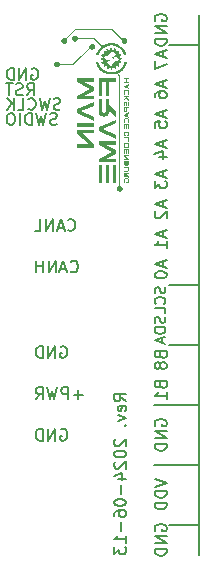
<source format=gbr>
%TF.GenerationSoftware,KiCad,Pcbnew,8.0.3*%
%TF.CreationDate,2024-06-13T00:49:58+02:00*%
%TF.ProjectId,can-proto,63616e2d-7072-46f7-946f-2e6b69636164,1*%
%TF.SameCoordinates,Original*%
%TF.FileFunction,Legend,Bot*%
%TF.FilePolarity,Positive*%
%FSLAX46Y46*%
G04 Gerber Fmt 4.6, Leading zero omitted, Abs format (unit mm)*
G04 Created by KiCad (PCBNEW 8.0.3) date 2024-06-13 00:49:58*
%MOMM*%
%LPD*%
G01*
G04 APERTURE LIST*
%ADD10C,0.150000*%
%ADD11C,0.000000*%
G04 APERTURE END LIST*
D10*
X124119819Y-95258458D02*
X123643628Y-94925125D01*
X124119819Y-94687030D02*
X123119819Y-94687030D01*
X123119819Y-94687030D02*
X123119819Y-95067982D01*
X123119819Y-95067982D02*
X123167438Y-95163220D01*
X123167438Y-95163220D02*
X123215057Y-95210839D01*
X123215057Y-95210839D02*
X123310295Y-95258458D01*
X123310295Y-95258458D02*
X123453152Y-95258458D01*
X123453152Y-95258458D02*
X123548390Y-95210839D01*
X123548390Y-95210839D02*
X123596009Y-95163220D01*
X123596009Y-95163220D02*
X123643628Y-95067982D01*
X123643628Y-95067982D02*
X123643628Y-94687030D01*
X124072200Y-96067982D02*
X124119819Y-95972744D01*
X124119819Y-95972744D02*
X124119819Y-95782268D01*
X124119819Y-95782268D02*
X124072200Y-95687030D01*
X124072200Y-95687030D02*
X123976961Y-95639411D01*
X123976961Y-95639411D02*
X123596009Y-95639411D01*
X123596009Y-95639411D02*
X123500771Y-95687030D01*
X123500771Y-95687030D02*
X123453152Y-95782268D01*
X123453152Y-95782268D02*
X123453152Y-95972744D01*
X123453152Y-95972744D02*
X123500771Y-96067982D01*
X123500771Y-96067982D02*
X123596009Y-96115601D01*
X123596009Y-96115601D02*
X123691247Y-96115601D01*
X123691247Y-96115601D02*
X123786485Y-95639411D01*
X123453152Y-96448935D02*
X124119819Y-96687030D01*
X124119819Y-96687030D02*
X123453152Y-96925125D01*
X124024580Y-97306078D02*
X124072200Y-97353697D01*
X124072200Y-97353697D02*
X124119819Y-97306078D01*
X124119819Y-97306078D02*
X124072200Y-97258459D01*
X124072200Y-97258459D02*
X124024580Y-97306078D01*
X124024580Y-97306078D02*
X124119819Y-97306078D01*
X123215057Y-98496554D02*
X123167438Y-98544173D01*
X123167438Y-98544173D02*
X123119819Y-98639411D01*
X123119819Y-98639411D02*
X123119819Y-98877506D01*
X123119819Y-98877506D02*
X123167438Y-98972744D01*
X123167438Y-98972744D02*
X123215057Y-99020363D01*
X123215057Y-99020363D02*
X123310295Y-99067982D01*
X123310295Y-99067982D02*
X123405533Y-99067982D01*
X123405533Y-99067982D02*
X123548390Y-99020363D01*
X123548390Y-99020363D02*
X124119819Y-98448935D01*
X124119819Y-98448935D02*
X124119819Y-99067982D01*
X123119819Y-99687030D02*
X123119819Y-99782268D01*
X123119819Y-99782268D02*
X123167438Y-99877506D01*
X123167438Y-99877506D02*
X123215057Y-99925125D01*
X123215057Y-99925125D02*
X123310295Y-99972744D01*
X123310295Y-99972744D02*
X123500771Y-100020363D01*
X123500771Y-100020363D02*
X123738866Y-100020363D01*
X123738866Y-100020363D02*
X123929342Y-99972744D01*
X123929342Y-99972744D02*
X124024580Y-99925125D01*
X124024580Y-99925125D02*
X124072200Y-99877506D01*
X124072200Y-99877506D02*
X124119819Y-99782268D01*
X124119819Y-99782268D02*
X124119819Y-99687030D01*
X124119819Y-99687030D02*
X124072200Y-99591792D01*
X124072200Y-99591792D02*
X124024580Y-99544173D01*
X124024580Y-99544173D02*
X123929342Y-99496554D01*
X123929342Y-99496554D02*
X123738866Y-99448935D01*
X123738866Y-99448935D02*
X123500771Y-99448935D01*
X123500771Y-99448935D02*
X123310295Y-99496554D01*
X123310295Y-99496554D02*
X123215057Y-99544173D01*
X123215057Y-99544173D02*
X123167438Y-99591792D01*
X123167438Y-99591792D02*
X123119819Y-99687030D01*
X123215057Y-100401316D02*
X123167438Y-100448935D01*
X123167438Y-100448935D02*
X123119819Y-100544173D01*
X123119819Y-100544173D02*
X123119819Y-100782268D01*
X123119819Y-100782268D02*
X123167438Y-100877506D01*
X123167438Y-100877506D02*
X123215057Y-100925125D01*
X123215057Y-100925125D02*
X123310295Y-100972744D01*
X123310295Y-100972744D02*
X123405533Y-100972744D01*
X123405533Y-100972744D02*
X123548390Y-100925125D01*
X123548390Y-100925125D02*
X124119819Y-100353697D01*
X124119819Y-100353697D02*
X124119819Y-100972744D01*
X123453152Y-101829887D02*
X124119819Y-101829887D01*
X123072200Y-101591792D02*
X123786485Y-101353697D01*
X123786485Y-101353697D02*
X123786485Y-101972744D01*
X123738866Y-102353697D02*
X123738866Y-103115602D01*
X123119819Y-103782268D02*
X123119819Y-103877506D01*
X123119819Y-103877506D02*
X123167438Y-103972744D01*
X123167438Y-103972744D02*
X123215057Y-104020363D01*
X123215057Y-104020363D02*
X123310295Y-104067982D01*
X123310295Y-104067982D02*
X123500771Y-104115601D01*
X123500771Y-104115601D02*
X123738866Y-104115601D01*
X123738866Y-104115601D02*
X123929342Y-104067982D01*
X123929342Y-104067982D02*
X124024580Y-104020363D01*
X124024580Y-104020363D02*
X124072200Y-103972744D01*
X124072200Y-103972744D02*
X124119819Y-103877506D01*
X124119819Y-103877506D02*
X124119819Y-103782268D01*
X124119819Y-103782268D02*
X124072200Y-103687030D01*
X124072200Y-103687030D02*
X124024580Y-103639411D01*
X124024580Y-103639411D02*
X123929342Y-103591792D01*
X123929342Y-103591792D02*
X123738866Y-103544173D01*
X123738866Y-103544173D02*
X123500771Y-103544173D01*
X123500771Y-103544173D02*
X123310295Y-103591792D01*
X123310295Y-103591792D02*
X123215057Y-103639411D01*
X123215057Y-103639411D02*
X123167438Y-103687030D01*
X123167438Y-103687030D02*
X123119819Y-103782268D01*
X123119819Y-104972744D02*
X123119819Y-104782268D01*
X123119819Y-104782268D02*
X123167438Y-104687030D01*
X123167438Y-104687030D02*
X123215057Y-104639411D01*
X123215057Y-104639411D02*
X123357914Y-104544173D01*
X123357914Y-104544173D02*
X123548390Y-104496554D01*
X123548390Y-104496554D02*
X123929342Y-104496554D01*
X123929342Y-104496554D02*
X124024580Y-104544173D01*
X124024580Y-104544173D02*
X124072200Y-104591792D01*
X124072200Y-104591792D02*
X124119819Y-104687030D01*
X124119819Y-104687030D02*
X124119819Y-104877506D01*
X124119819Y-104877506D02*
X124072200Y-104972744D01*
X124072200Y-104972744D02*
X124024580Y-105020363D01*
X124024580Y-105020363D02*
X123929342Y-105067982D01*
X123929342Y-105067982D02*
X123691247Y-105067982D01*
X123691247Y-105067982D02*
X123596009Y-105020363D01*
X123596009Y-105020363D02*
X123548390Y-104972744D01*
X123548390Y-104972744D02*
X123500771Y-104877506D01*
X123500771Y-104877506D02*
X123500771Y-104687030D01*
X123500771Y-104687030D02*
X123548390Y-104591792D01*
X123548390Y-104591792D02*
X123596009Y-104544173D01*
X123596009Y-104544173D02*
X123691247Y-104496554D01*
X123738866Y-105496554D02*
X123738866Y-106258459D01*
X124119819Y-107258458D02*
X124119819Y-106687030D01*
X124119819Y-106972744D02*
X123119819Y-106972744D01*
X123119819Y-106972744D02*
X123262676Y-106877506D01*
X123262676Y-106877506D02*
X123357914Y-106782268D01*
X123357914Y-106782268D02*
X123405533Y-106687030D01*
X123119819Y-107591792D02*
X123119819Y-108210839D01*
X123119819Y-108210839D02*
X123500771Y-107877506D01*
X123500771Y-107877506D02*
X123500771Y-108020363D01*
X123500771Y-108020363D02*
X123548390Y-108115601D01*
X123548390Y-108115601D02*
X123596009Y-108163220D01*
X123596009Y-108163220D02*
X123691247Y-108210839D01*
X123691247Y-108210839D02*
X123929342Y-108210839D01*
X123929342Y-108210839D02*
X124024580Y-108163220D01*
X124024580Y-108163220D02*
X124072200Y-108115601D01*
X124072200Y-108115601D02*
X124119819Y-108020363D01*
X124119819Y-108020363D02*
X124119819Y-107734649D01*
X124119819Y-107734649D02*
X124072200Y-107639411D01*
X124072200Y-107639411D02*
X124024580Y-107591792D01*
D11*
G36*
X121440000Y-70242258D02*
G01*
X120314463Y-70728112D01*
X121440000Y-71214893D01*
X121440027Y-71540171D01*
X119936612Y-70890699D01*
X119936612Y-70565499D01*
X121440000Y-69916000D01*
X121440000Y-70242258D01*
G37*
G36*
X122104766Y-70614897D02*
G01*
X122105353Y-70645093D01*
X122107114Y-70673342D01*
X122110049Y-70699643D01*
X122114157Y-70723997D01*
X122119440Y-70746403D01*
X122125897Y-70766861D01*
X122133528Y-70785372D01*
X122142333Y-70801934D01*
X122147176Y-70809485D01*
X122152313Y-70816549D01*
X122157743Y-70823125D01*
X122163466Y-70829215D01*
X122169483Y-70834817D01*
X122175794Y-70839933D01*
X122182399Y-70844561D01*
X122189296Y-70848702D01*
X122196488Y-70852356D01*
X122203973Y-70855523D01*
X122211752Y-70858203D01*
X122219824Y-70860395D01*
X122228190Y-70862101D01*
X122236849Y-70863319D01*
X122245802Y-70864050D01*
X122255049Y-70864293D01*
X122264301Y-70864050D01*
X122273259Y-70863319D01*
X122281923Y-70862101D01*
X122290294Y-70860395D01*
X122298371Y-70858203D01*
X122306154Y-70855523D01*
X122313644Y-70852356D01*
X122320840Y-70848702D01*
X122327743Y-70844561D01*
X122334352Y-70839933D01*
X122340667Y-70834817D01*
X122346688Y-70829215D01*
X122352416Y-70823125D01*
X122357850Y-70816549D01*
X122362991Y-70809485D01*
X122367837Y-70801934D01*
X122372390Y-70793896D01*
X122376650Y-70785372D01*
X122380615Y-70776360D01*
X122384287Y-70766861D01*
X122387665Y-70756875D01*
X122390750Y-70746403D01*
X122393540Y-70735443D01*
X122396037Y-70723997D01*
X122398240Y-70712063D01*
X122400150Y-70699643D01*
X122401766Y-70686736D01*
X122403088Y-70673342D01*
X122404116Y-70659461D01*
X122404850Y-70645093D01*
X122405291Y-70630239D01*
X122405438Y-70614897D01*
X122405438Y-69667186D01*
X122706084Y-69667186D01*
X122706084Y-70112110D01*
X123307430Y-70814420D01*
X123307430Y-71274345D01*
X122706058Y-70572008D01*
X122706058Y-70664824D01*
X122704297Y-70725217D01*
X122699011Y-70781716D01*
X122695047Y-70808505D01*
X122690202Y-70834321D01*
X122684477Y-70859163D01*
X122677870Y-70883032D01*
X122670382Y-70905927D01*
X122662014Y-70927848D01*
X122652764Y-70948796D01*
X122642634Y-70968769D01*
X122631622Y-70987769D01*
X122619730Y-71005795D01*
X122606957Y-71022847D01*
X122593303Y-71038925D01*
X122578768Y-71054029D01*
X122563352Y-71068159D01*
X122547054Y-71081314D01*
X122529876Y-71093496D01*
X122511817Y-71104703D01*
X122492878Y-71114936D01*
X122473057Y-71124195D01*
X122452355Y-71132479D01*
X122430772Y-71139789D01*
X122408308Y-71146124D01*
X122384963Y-71151485D01*
X122360737Y-71155871D01*
X122335630Y-71159283D01*
X122309642Y-71161720D01*
X122282773Y-71163182D01*
X122255023Y-71163669D01*
X122227283Y-71163182D01*
X122200422Y-71161720D01*
X122174442Y-71159283D01*
X122149342Y-71155872D01*
X122125122Y-71151487D01*
X122101783Y-71146126D01*
X122079323Y-71139792D01*
X122057744Y-71132483D01*
X122037046Y-71124199D01*
X122017228Y-71114941D01*
X121998290Y-71104709D01*
X121980233Y-71093503D01*
X121963056Y-71081322D01*
X121946760Y-71068167D01*
X121931344Y-71054038D01*
X121916809Y-71038935D01*
X121903155Y-71022858D01*
X121890381Y-71005806D01*
X121878488Y-70987781D01*
X121867476Y-70968781D01*
X121857345Y-70948807D01*
X121848094Y-70927860D01*
X121839724Y-70905938D01*
X121832236Y-70883043D01*
X121825628Y-70859174D01*
X121819901Y-70834331D01*
X121815055Y-70808514D01*
X121811090Y-70781723D01*
X121808006Y-70753959D01*
X121805803Y-70725221D01*
X121804481Y-70695510D01*
X121804040Y-70664824D01*
X121804040Y-69667186D01*
X122104766Y-69667186D01*
X122104766Y-70614897D01*
G37*
G36*
X121440028Y-68221185D02*
G01*
X120589075Y-68221185D01*
X121440027Y-68651160D01*
X121440027Y-68988319D01*
X121438995Y-68988319D01*
X120588095Y-69418293D01*
X121440027Y-69418293D01*
X121440027Y-69717616D01*
X119936638Y-69717616D01*
X119936638Y-69411308D01*
X121106255Y-68819752D01*
X119936638Y-68228170D01*
X119936638Y-67921889D01*
X121440028Y-67921889D01*
X121440028Y-68221185D01*
G37*
G36*
X123846677Y-64576392D02*
G01*
X123855550Y-64570561D01*
X123864616Y-64565152D01*
X123873860Y-64560166D01*
X123883270Y-64555603D01*
X123902523Y-64547749D01*
X123922261Y-64541591D01*
X123942366Y-64537134D01*
X123962724Y-64534379D01*
X123983217Y-64533330D01*
X124003731Y-64533989D01*
X124024148Y-64536360D01*
X124044354Y-64540444D01*
X124064233Y-64546245D01*
X124074013Y-64549791D01*
X124083668Y-64553766D01*
X124093182Y-64558173D01*
X124102543Y-64563010D01*
X124111734Y-64568278D01*
X124120743Y-64573979D01*
X124129553Y-64580111D01*
X124138151Y-64586676D01*
X124146523Y-64593673D01*
X124154653Y-64601104D01*
X124163549Y-64610042D01*
X124171893Y-64619319D01*
X124179684Y-64628914D01*
X124186921Y-64638804D01*
X124193603Y-64648969D01*
X124199731Y-64659386D01*
X124205304Y-64670033D01*
X124210321Y-64680889D01*
X124214782Y-64691932D01*
X124218686Y-64703140D01*
X124222032Y-64714492D01*
X124224821Y-64725965D01*
X124227052Y-64737538D01*
X124228724Y-64749190D01*
X124229837Y-64760898D01*
X124230390Y-64772640D01*
X124230382Y-64784395D01*
X124229814Y-64796142D01*
X124228685Y-64807857D01*
X124226993Y-64819521D01*
X124224740Y-64831110D01*
X124221924Y-64842603D01*
X124218544Y-64853978D01*
X124214601Y-64865214D01*
X124210093Y-64876289D01*
X124205020Y-64887181D01*
X124199382Y-64897868D01*
X124193179Y-64908328D01*
X124186409Y-64918541D01*
X124179072Y-64928483D01*
X124171168Y-64938133D01*
X124162696Y-64947470D01*
X124153755Y-64956366D01*
X124144476Y-64964710D01*
X124134879Y-64972500D01*
X124124986Y-64979737D01*
X124114820Y-64986419D01*
X124104401Y-64992546D01*
X124093753Y-64998118D01*
X124082895Y-65003134D01*
X124071850Y-65007593D01*
X124060641Y-65011496D01*
X124049288Y-65014841D01*
X124037813Y-65017629D01*
X124026239Y-65019858D01*
X124014586Y-65021528D01*
X124002877Y-65022639D01*
X123991133Y-65023190D01*
X123979377Y-65023181D01*
X123967629Y-65022611D01*
X123955912Y-65021479D01*
X123944248Y-65019786D01*
X123932657Y-65017531D01*
X123921163Y-65014712D01*
X123909786Y-65011330D01*
X123898548Y-65007384D01*
X123887472Y-65002874D01*
X123876578Y-64997799D01*
X123865890Y-64992159D01*
X123855427Y-64985953D01*
X123845213Y-64979181D01*
X123835269Y-64971841D01*
X123825616Y-64963935D01*
X123816277Y-64955460D01*
X123816276Y-64955460D01*
X123808483Y-64947678D01*
X123801110Y-64939635D01*
X123794160Y-64931345D01*
X123787631Y-64922824D01*
X123781525Y-64914086D01*
X123775842Y-64905145D01*
X123770582Y-64896015D01*
X123765745Y-64886712D01*
X123761332Y-64877250D01*
X123757342Y-64867642D01*
X123753777Y-64857904D01*
X123750637Y-64848051D01*
X123747921Y-64838096D01*
X123745630Y-64828054D01*
X123743765Y-64817939D01*
X123742325Y-64807767D01*
X123741312Y-64797551D01*
X123740725Y-64787306D01*
X123740564Y-64777046D01*
X123740830Y-64766787D01*
X123741524Y-64756542D01*
X123742645Y-64746326D01*
X123744194Y-64736153D01*
X123746171Y-64726038D01*
X123748576Y-64715996D01*
X123751411Y-64706040D01*
X123754674Y-64696186D01*
X123758366Y-64686447D01*
X123762489Y-64676839D01*
X123767041Y-64667375D01*
X123772023Y-64658071D01*
X123777436Y-64648941D01*
X122917011Y-63827277D01*
X119840145Y-63827277D01*
X119086056Y-64628753D01*
X119091955Y-64637582D01*
X119097433Y-64646608D01*
X119102489Y-64655816D01*
X119107123Y-64665191D01*
X119115123Y-64684387D01*
X119121428Y-64704079D01*
X119126036Y-64724151D01*
X119128943Y-64744488D01*
X119130144Y-64764974D01*
X119129637Y-64785492D01*
X119127417Y-64805927D01*
X119123481Y-64826164D01*
X119117825Y-64846085D01*
X119114351Y-64855891D01*
X119110446Y-64865576D01*
X119106109Y-64875123D01*
X119101339Y-64884520D01*
X119096137Y-64893751D01*
X119090502Y-64902801D01*
X119084433Y-64911657D01*
X119077930Y-64920304D01*
X119070992Y-64928728D01*
X119063620Y-64936913D01*
X119054749Y-64945875D01*
X119045535Y-64954287D01*
X119036000Y-64962148D01*
X119026165Y-64969457D01*
X119016051Y-64976214D01*
X119005682Y-64982418D01*
X118995077Y-64988068D01*
X118984260Y-64993164D01*
X118973252Y-64997705D01*
X118962074Y-65001690D01*
X118950749Y-65005119D01*
X118939297Y-65007991D01*
X118927742Y-65010306D01*
X118916104Y-65012062D01*
X118904406Y-65013259D01*
X118892669Y-65013897D01*
X118880915Y-65013975D01*
X118869165Y-65013491D01*
X118857442Y-65012447D01*
X118845767Y-65010840D01*
X118834161Y-65008670D01*
X118822647Y-65005937D01*
X118811247Y-65002639D01*
X118799982Y-64998777D01*
X118788873Y-64994350D01*
X118777944Y-64989356D01*
X118767214Y-64983796D01*
X118756707Y-64977668D01*
X118746443Y-64970972D01*
X118736445Y-64963708D01*
X118726735Y-64955874D01*
X118717333Y-64947470D01*
X118708371Y-64938602D01*
X118699959Y-64929390D01*
X118692099Y-64919856D01*
X118684790Y-64910022D01*
X118678034Y-64899909D01*
X118671831Y-64889540D01*
X118666182Y-64878935D01*
X118661087Y-64868118D01*
X118656547Y-64857109D01*
X118652563Y-64845931D01*
X118649135Y-64834605D01*
X118646265Y-64823153D01*
X118643952Y-64811596D01*
X118642197Y-64799957D01*
X118641002Y-64788258D01*
X118640366Y-64776520D01*
X118640290Y-64764764D01*
X118640775Y-64753013D01*
X118641822Y-64741289D01*
X118643431Y-64729612D01*
X118645603Y-64718006D01*
X118648338Y-64706492D01*
X118651638Y-64695091D01*
X118655502Y-64683825D01*
X118659932Y-64672716D01*
X118664928Y-64661787D01*
X118670491Y-64651057D01*
X118676621Y-64640551D01*
X118683319Y-64630288D01*
X118690586Y-64620292D01*
X118698423Y-64610583D01*
X118706829Y-64601184D01*
X118714551Y-64593332D01*
X118722537Y-64585899D01*
X118730773Y-64578886D01*
X118739244Y-64572293D01*
X118747936Y-64566121D01*
X118756834Y-64560370D01*
X118765923Y-64555041D01*
X118775190Y-64550133D01*
X118784619Y-64545648D01*
X118794197Y-64541585D01*
X118803908Y-64537946D01*
X118813739Y-64534731D01*
X118823674Y-64531940D01*
X118833700Y-64529573D01*
X118843801Y-64527631D01*
X118853964Y-64526115D01*
X118864173Y-64525024D01*
X118874415Y-64524360D01*
X118884675Y-64524123D01*
X118894938Y-64524312D01*
X118905190Y-64524930D01*
X118915416Y-64525975D01*
X118925602Y-64527449D01*
X118935734Y-64529352D01*
X118945797Y-64531684D01*
X118955776Y-64534446D01*
X118965657Y-64537638D01*
X118975425Y-64541261D01*
X118985067Y-64545315D01*
X118994567Y-64549800D01*
X119003911Y-64554717D01*
X119013084Y-64560067D01*
X119796833Y-63727000D01*
X122957228Y-63727000D01*
X123846677Y-64576392D01*
G37*
G36*
X124370208Y-74338193D02*
G01*
X124287816Y-74338193D01*
X124287816Y-74008654D01*
X124287818Y-74008628D01*
X124205426Y-74008628D01*
X124205426Y-74338166D01*
X124123062Y-74338166D01*
X124123062Y-74008628D01*
X124040670Y-74008628D01*
X124040670Y-74338166D01*
X123958278Y-74338166D01*
X123958278Y-73926263D01*
X124370208Y-73926263D01*
X124370208Y-74338193D01*
G37*
G36*
X124123035Y-74919589D02*
G01*
X124370208Y-74919589D01*
X124287817Y-75002006D01*
X124205479Y-75002006D01*
X124205479Y-75194252D01*
X124205519Y-75197634D01*
X124205640Y-75200908D01*
X124205840Y-75204073D01*
X124206121Y-75207132D01*
X124206483Y-75210082D01*
X124206925Y-75212924D01*
X124207447Y-75215659D01*
X124208049Y-75218286D01*
X124208732Y-75220806D01*
X124209495Y-75223218D01*
X124210338Y-75225522D01*
X124211262Y-75227719D01*
X124212266Y-75229809D01*
X124213351Y-75231790D01*
X124214516Y-75233665D01*
X124215761Y-75235432D01*
X124217087Y-75237092D01*
X124218493Y-75238644D01*
X124219980Y-75240089D01*
X124221546Y-75241427D01*
X124223194Y-75242658D01*
X124224921Y-75243781D01*
X124226729Y-75244797D01*
X124228618Y-75245707D01*
X124230587Y-75246509D01*
X124232636Y-75247204D01*
X124234766Y-75247792D01*
X124236976Y-75248273D01*
X124239267Y-75248647D01*
X124241638Y-75248914D01*
X124244090Y-75249074D01*
X124246622Y-75249128D01*
X124249156Y-75249060D01*
X124251610Y-75248859D01*
X124253984Y-75248524D01*
X124256277Y-75248055D01*
X124258489Y-75247451D01*
X124260622Y-75246714D01*
X124262673Y-75245842D01*
X124264645Y-75244837D01*
X124266535Y-75243697D01*
X124268346Y-75242423D01*
X124270076Y-75241015D01*
X124271725Y-75239474D01*
X124273294Y-75237798D01*
X124274783Y-75235988D01*
X124276191Y-75234044D01*
X124277518Y-75231966D01*
X124279932Y-75227408D01*
X124282024Y-75222314D01*
X124283794Y-75216684D01*
X124285242Y-75210518D01*
X124286369Y-75203816D01*
X124287174Y-75196578D01*
X124287656Y-75188804D01*
X124287817Y-75180494D01*
X124287817Y-75002006D01*
X124370209Y-74919589D01*
X124370209Y-75194253D01*
X124370088Y-75202699D01*
X124369726Y-75210877D01*
X124369123Y-75218787D01*
X124368278Y-75226428D01*
X124367192Y-75233802D01*
X124365864Y-75240908D01*
X124364295Y-75247745D01*
X124362485Y-75254315D01*
X124360433Y-75260616D01*
X124358140Y-75266649D01*
X124355606Y-75272415D01*
X124352830Y-75277912D01*
X124349812Y-75283141D01*
X124346554Y-75288102D01*
X124343054Y-75292794D01*
X124339312Y-75297219D01*
X124335330Y-75301376D01*
X124331105Y-75305264D01*
X124326640Y-75308884D01*
X124321933Y-75312236D01*
X124316985Y-75315320D01*
X124311795Y-75318136D01*
X124306364Y-75320684D01*
X124300692Y-75322964D01*
X124294778Y-75324975D01*
X124288623Y-75326718D01*
X124282226Y-75328193D01*
X124275588Y-75329400D01*
X124268709Y-75330339D01*
X124261588Y-75331009D01*
X124254226Y-75331411D01*
X124246622Y-75331546D01*
X124242387Y-75331505D01*
X124238259Y-75331384D01*
X124234238Y-75331182D01*
X124230324Y-75330899D01*
X124226518Y-75330535D01*
X124222818Y-75330090D01*
X124219226Y-75329565D01*
X124215741Y-75328959D01*
X124212363Y-75328272D01*
X124209092Y-75327505D01*
X124205928Y-75326657D01*
X124202872Y-75325729D01*
X124199923Y-75324720D01*
X124197081Y-75323630D01*
X124194346Y-75322461D01*
X124191718Y-75321210D01*
X124189197Y-75319880D01*
X124186784Y-75318469D01*
X124184478Y-75316977D01*
X124182279Y-75315406D01*
X124180187Y-75313754D01*
X124178203Y-75312022D01*
X124176326Y-75310210D01*
X124174556Y-75308317D01*
X124172893Y-75306345D01*
X124171338Y-75304292D01*
X124169889Y-75302160D01*
X124168549Y-75299947D01*
X124167315Y-75297654D01*
X124166188Y-75295282D01*
X124165169Y-75292830D01*
X124164257Y-75290297D01*
X124162330Y-75295286D01*
X124159973Y-75299955D01*
X124157184Y-75304302D01*
X124153966Y-75308328D01*
X124150317Y-75312034D01*
X124146239Y-75315417D01*
X124141731Y-75318480D01*
X124136793Y-75321220D01*
X124131427Y-75323639D01*
X124125631Y-75325736D01*
X124119407Y-75327510D01*
X124112755Y-75328963D01*
X124105674Y-75330092D01*
X124098166Y-75330900D01*
X124090229Y-75331384D01*
X124081866Y-75331546D01*
X124074267Y-75331411D01*
X124066909Y-75331009D01*
X124059791Y-75330339D01*
X124052915Y-75329400D01*
X124046280Y-75328193D01*
X124039885Y-75326718D01*
X124033731Y-75324975D01*
X124027819Y-75322964D01*
X124022147Y-75320684D01*
X124016716Y-75318136D01*
X124011527Y-75315321D01*
X124006578Y-75312237D01*
X124001871Y-75308885D01*
X123997404Y-75305264D01*
X123993179Y-75301376D01*
X123989195Y-75297219D01*
X123985453Y-75292795D01*
X123981951Y-75288102D01*
X123978691Y-75283141D01*
X123975672Y-75277912D01*
X123972895Y-75272415D01*
X123970359Y-75266650D01*
X123968064Y-75260616D01*
X123966010Y-75254315D01*
X123964199Y-75247746D01*
X123962628Y-75240908D01*
X123961299Y-75233802D01*
X123960212Y-75226429D01*
X123958762Y-75210877D01*
X123958279Y-75194253D01*
X123958279Y-75002006D01*
X124040644Y-75002006D01*
X124040644Y-75180494D01*
X124040684Y-75184721D01*
X124040805Y-75188813D01*
X124041007Y-75192770D01*
X124041290Y-75196593D01*
X124041653Y-75200281D01*
X124042097Y-75203835D01*
X124042621Y-75207255D01*
X124043226Y-75210540D01*
X124043912Y-75213691D01*
X124044678Y-75216707D01*
X124045524Y-75219589D01*
X124046451Y-75222337D01*
X124047458Y-75224950D01*
X124048546Y-75227430D01*
X124049714Y-75229775D01*
X124050963Y-75231986D01*
X124052291Y-75234062D01*
X124053700Y-75236005D01*
X124055190Y-75237813D01*
X124056759Y-75239488D01*
X124058409Y-75241028D01*
X124060139Y-75242434D01*
X124061949Y-75243706D01*
X124063839Y-75244844D01*
X124065809Y-75245848D01*
X124067859Y-75246718D01*
X124069989Y-75247455D01*
X124072200Y-75248057D01*
X124074490Y-75248525D01*
X124076860Y-75248860D01*
X124079310Y-75249061D01*
X124081840Y-75249128D01*
X124084374Y-75249074D01*
X124086829Y-75248914D01*
X124089203Y-75248647D01*
X124091497Y-75248273D01*
X124093711Y-75247792D01*
X124095845Y-75247204D01*
X124097898Y-75246509D01*
X124099871Y-75245707D01*
X124101764Y-75244797D01*
X124103576Y-75243781D01*
X124105308Y-75242658D01*
X124106960Y-75241427D01*
X124108531Y-75240089D01*
X124110022Y-75238644D01*
X124111433Y-75237092D01*
X124112763Y-75235432D01*
X124114012Y-75233665D01*
X124115181Y-75231790D01*
X124116270Y-75229809D01*
X124117278Y-75227719D01*
X124118206Y-75225522D01*
X124119053Y-75223218D01*
X124120505Y-75218286D01*
X124121635Y-75212924D01*
X124122442Y-75207132D01*
X124122926Y-75200908D01*
X124123088Y-75194252D01*
X124123035Y-75002006D01*
X124040644Y-75002006D01*
X123958279Y-75002006D01*
X123958279Y-74919590D01*
X123958278Y-74919589D01*
X124123035Y-74919589D01*
G37*
G36*
X124370182Y-68026321D02*
G01*
X124205400Y-68026321D01*
X124205400Y-68273494D01*
X124370182Y-68273494D01*
X124370182Y-68355886D01*
X123958252Y-68355886D01*
X123958570Y-68273494D01*
X124123062Y-68273494D01*
X124123062Y-68026321D01*
X123958252Y-68026321D01*
X123958252Y-67943929D01*
X124370182Y-67943929D01*
X124370182Y-68026321D01*
G37*
G36*
X124370208Y-68511776D02*
G01*
X124287816Y-68547442D01*
X124287816Y-68743789D01*
X124370208Y-68779508D01*
X124370208Y-68869043D01*
X123958278Y-68690238D01*
X123958278Y-68645524D01*
X124061809Y-68645524D01*
X124205478Y-68707833D01*
X124205478Y-68583215D01*
X124246635Y-68565333D01*
X124205478Y-68583214D01*
X124061809Y-68645524D01*
X123958278Y-68645524D01*
X123958278Y-68600756D01*
X124246635Y-68475589D01*
X124370208Y-68421950D01*
X124370208Y-68511776D01*
G37*
G36*
X124241391Y-76403744D02*
G01*
X124249571Y-76404146D01*
X124257482Y-76404817D01*
X124265125Y-76405755D01*
X124272500Y-76406962D01*
X124279607Y-76408437D01*
X124286445Y-76410181D01*
X124293015Y-76412192D01*
X124299317Y-76414472D01*
X124305350Y-76417019D01*
X124311115Y-76419835D01*
X124316612Y-76422919D01*
X124321841Y-76426271D01*
X124326802Y-76429892D01*
X124331494Y-76433780D01*
X124335918Y-76437937D01*
X124340074Y-76442362D01*
X124343962Y-76447054D01*
X124347581Y-76452015D01*
X124350932Y-76457244D01*
X124354016Y-76462742D01*
X124356831Y-76468507D01*
X124359377Y-76474540D01*
X124361656Y-76480842D01*
X124363667Y-76487411D01*
X124365409Y-76494249D01*
X124366884Y-76501354D01*
X124368090Y-76508728D01*
X124369028Y-76516370D01*
X124369698Y-76524280D01*
X124370100Y-76532458D01*
X124370235Y-76540904D01*
X124370235Y-76815567D01*
X124150632Y-76815567D01*
X124150632Y-76733149D01*
X124287897Y-76733149D01*
X124287897Y-76552491D01*
X124287832Y-76548399D01*
X124287638Y-76544437D01*
X124287315Y-76540605D01*
X124286863Y-76536904D01*
X124286281Y-76533332D01*
X124285570Y-76529891D01*
X124284730Y-76526580D01*
X124283760Y-76523399D01*
X124282662Y-76520348D01*
X124281434Y-76517427D01*
X124280077Y-76514636D01*
X124278590Y-76511975D01*
X124276975Y-76509444D01*
X124275230Y-76507043D01*
X124273357Y-76504772D01*
X124271354Y-76502630D01*
X124269222Y-76500619D01*
X124266961Y-76498738D01*
X124264570Y-76496987D01*
X124262051Y-76495365D01*
X124259402Y-76493873D01*
X124256625Y-76492511D01*
X124253718Y-76491279D01*
X124250682Y-76490177D01*
X124247518Y-76489204D01*
X124244224Y-76488361D01*
X124240801Y-76487648D01*
X124237249Y-76487065D01*
X124233568Y-76486611D01*
X124229758Y-76486287D01*
X124225819Y-76486093D01*
X124221751Y-76486028D01*
X124106657Y-76486028D01*
X124102602Y-76486092D01*
X124098675Y-76486286D01*
X124094877Y-76486608D01*
X124091208Y-76487060D01*
X124087667Y-76487641D01*
X124084256Y-76488350D01*
X124080973Y-76489189D01*
X124077819Y-76490157D01*
X124074794Y-76491254D01*
X124071897Y-76492480D01*
X124069130Y-76493835D01*
X124066491Y-76495320D01*
X124063981Y-76496934D01*
X124061599Y-76498677D01*
X124059347Y-76500549D01*
X124057223Y-76502551D01*
X124055228Y-76504682D01*
X124053362Y-76506942D01*
X124051624Y-76509331D01*
X124050015Y-76511850D01*
X124048535Y-76514498D01*
X124047184Y-76517276D01*
X124045961Y-76520183D01*
X124044868Y-76523220D01*
X124043902Y-76526386D01*
X124043066Y-76529681D01*
X124042358Y-76533106D01*
X124041779Y-76536661D01*
X124041329Y-76540345D01*
X124041007Y-76544158D01*
X124040814Y-76548101D01*
X124040750Y-76552174D01*
X124040750Y-76815567D01*
X123958358Y-76815567D01*
X123958358Y-76540904D01*
X123958492Y-76532458D01*
X123958895Y-76524280D01*
X123959565Y-76516370D01*
X123960504Y-76508728D01*
X123961711Y-76501354D01*
X123963186Y-76494248D01*
X123964929Y-76487411D01*
X123966941Y-76480841D01*
X123969220Y-76474540D01*
X123971768Y-76468506D01*
X123974584Y-76462741D01*
X123977669Y-76457244D01*
X123981021Y-76452015D01*
X123984642Y-76447054D01*
X123988531Y-76442361D01*
X123992688Y-76437936D01*
X123997113Y-76433780D01*
X124001807Y-76429891D01*
X124006768Y-76426271D01*
X124011998Y-76422919D01*
X124017496Y-76419835D01*
X124023263Y-76417019D01*
X124029297Y-76414471D01*
X124035600Y-76412192D01*
X124042171Y-76410180D01*
X124049010Y-76408437D01*
X124056117Y-76406962D01*
X124063493Y-76405755D01*
X124071137Y-76404817D01*
X124079049Y-76404146D01*
X124087229Y-76403744D01*
X124095677Y-76403610D01*
X124232942Y-76403610D01*
X124241391Y-76403744D01*
G37*
D10*
X130330000Y-90490000D02*
X127790000Y-90490000D01*
D11*
G36*
X121270215Y-65022820D02*
G01*
X121281939Y-65023679D01*
X121293614Y-65025096D01*
X121305218Y-65027071D01*
X121316729Y-65029602D01*
X121328125Y-65032690D01*
X121339384Y-65036332D01*
X121350486Y-65040527D01*
X121361407Y-65045275D01*
X121372126Y-65050574D01*
X121382622Y-65056424D01*
X121392873Y-65062822D01*
X121402856Y-65069770D01*
X121412551Y-65077264D01*
X121421935Y-65085304D01*
X121430986Y-65093889D01*
X121439684Y-65103019D01*
X121447913Y-65112576D01*
X121455567Y-65122432D01*
X121462645Y-65132565D01*
X121469149Y-65142953D01*
X121475081Y-65153574D01*
X121480441Y-65164407D01*
X121485230Y-65175429D01*
X121489449Y-65186620D01*
X121493100Y-65197957D01*
X121496183Y-65209418D01*
X121498699Y-65220983D01*
X121500651Y-65232628D01*
X121502037Y-65244333D01*
X121502861Y-65256075D01*
X121503123Y-65267833D01*
X121502823Y-65279585D01*
X121501963Y-65291309D01*
X121500545Y-65302984D01*
X121498568Y-65314588D01*
X121496035Y-65326099D01*
X121492946Y-65337496D01*
X121489302Y-65348755D01*
X121485105Y-65359857D01*
X121480355Y-65370779D01*
X121475053Y-65381499D01*
X121469201Y-65391996D01*
X121462800Y-65402247D01*
X121455851Y-65412232D01*
X121448354Y-65421928D01*
X121440311Y-65431314D01*
X121431723Y-65440367D01*
X121422592Y-65449067D01*
X121414267Y-65456281D01*
X121405713Y-65463056D01*
X121396944Y-65469392D01*
X121387974Y-65475291D01*
X121378819Y-65480752D01*
X121369492Y-65485777D01*
X121360008Y-65490367D01*
X121350381Y-65494522D01*
X121340626Y-65498242D01*
X121330758Y-65501529D01*
X121320790Y-65504384D01*
X121310737Y-65506806D01*
X121300613Y-65508797D01*
X121290433Y-65510358D01*
X121269963Y-65512190D01*
X121249442Y-65512309D01*
X121228986Y-65510721D01*
X121208709Y-65507431D01*
X121188727Y-65502444D01*
X121178883Y-65499317D01*
X121169156Y-65495768D01*
X121159560Y-65491798D01*
X121150111Y-65487407D01*
X121140822Y-65482597D01*
X121131708Y-65477368D01*
X121122783Y-65471721D01*
X121114061Y-65465656D01*
X119627420Y-66812597D01*
X118508789Y-66812597D01*
X118506399Y-66822943D01*
X118503578Y-66833116D01*
X118500335Y-66843107D01*
X118496682Y-66852906D01*
X118492627Y-66862502D01*
X118488182Y-66871885D01*
X118483356Y-66881044D01*
X118478160Y-66889971D01*
X118472604Y-66898653D01*
X118466698Y-66907081D01*
X118460453Y-66915245D01*
X118453879Y-66923135D01*
X118446985Y-66930739D01*
X118439783Y-66938049D01*
X118432282Y-66945053D01*
X118424492Y-66951742D01*
X118416425Y-66958104D01*
X118408090Y-66964131D01*
X118399497Y-66969811D01*
X118390656Y-66975135D01*
X118381579Y-66980091D01*
X118372274Y-66984671D01*
X118362753Y-66988863D01*
X118353025Y-66992657D01*
X118343101Y-66996043D01*
X118332991Y-66999012D01*
X118322705Y-67001551D01*
X118312254Y-67003652D01*
X118301647Y-67005304D01*
X118290895Y-67006497D01*
X118280008Y-67007220D01*
X118268997Y-67007463D01*
X118268996Y-67007463D01*
X118256391Y-67007144D01*
X118243951Y-67006198D01*
X118231691Y-67004640D01*
X118219628Y-67002485D01*
X118207776Y-66999749D01*
X118196151Y-66996447D01*
X118184768Y-66992595D01*
X118173642Y-66988208D01*
X118162790Y-66983302D01*
X118152226Y-66977891D01*
X118141966Y-66971992D01*
X118132025Y-66965619D01*
X118122419Y-66958788D01*
X118113163Y-66951514D01*
X118104273Y-66943814D01*
X118095763Y-66935701D01*
X118087650Y-66927192D01*
X118079949Y-66918302D01*
X118072675Y-66909047D01*
X118065843Y-66899441D01*
X118059469Y-66889500D01*
X118053569Y-66879240D01*
X118048157Y-66868676D01*
X118043250Y-66857824D01*
X118038862Y-66846698D01*
X118035009Y-66835314D01*
X118031707Y-66823688D01*
X118028971Y-66811834D01*
X118026816Y-66799770D01*
X118025257Y-66787508D01*
X118024311Y-66775066D01*
X118023992Y-66762459D01*
X118024311Y-66749851D01*
X118025257Y-66737409D01*
X118026815Y-66725148D01*
X118028970Y-66713083D01*
X118031706Y-66701230D01*
X118035007Y-66689604D01*
X118038859Y-66678220D01*
X118043246Y-66667094D01*
X118048153Y-66656241D01*
X118053563Y-66645677D01*
X118059463Y-66635417D01*
X118065836Y-66625476D01*
X118072667Y-66615871D01*
X118079940Y-66606615D01*
X118087641Y-66597725D01*
X118095754Y-66589216D01*
X118104262Y-66581104D01*
X118113152Y-66573403D01*
X118122408Y-66566130D01*
X118132014Y-66559299D01*
X118141954Y-66552926D01*
X118152214Y-66547026D01*
X118162778Y-66541615D01*
X118173631Y-66536709D01*
X118184757Y-66532322D01*
X118196141Y-66528470D01*
X118207767Y-66525168D01*
X118219620Y-66522432D01*
X118231685Y-66520278D01*
X118243946Y-66518720D01*
X118256388Y-66517773D01*
X118268996Y-66517455D01*
X118280007Y-66517698D01*
X118290894Y-66518421D01*
X118301646Y-66519614D01*
X118312253Y-66521266D01*
X118322704Y-66523367D01*
X118332990Y-66525906D01*
X118343100Y-66528875D01*
X118353024Y-66532261D01*
X118362752Y-66536055D01*
X118372273Y-66540248D01*
X118381578Y-66544827D01*
X118390656Y-66549784D01*
X118399496Y-66555108D01*
X118408089Y-66560789D01*
X118424492Y-66573179D01*
X118439782Y-66586873D01*
X118453878Y-66601789D01*
X118466697Y-66617845D01*
X118478159Y-66634958D01*
X118483355Y-66643886D01*
X118488181Y-66653047D01*
X118492626Y-66662432D01*
X118496681Y-66672029D01*
X118500335Y-66681830D01*
X118503577Y-66691823D01*
X118506398Y-66701999D01*
X118508788Y-66712347D01*
X119588817Y-66712347D01*
X121046777Y-65391388D01*
X121041603Y-65382115D01*
X121036863Y-65372679D01*
X121028687Y-65353379D01*
X121022244Y-65333605D01*
X121017529Y-65313471D01*
X121014534Y-65293093D01*
X121013257Y-65272588D01*
X121013690Y-65252070D01*
X121015828Y-65231656D01*
X121019666Y-65211461D01*
X121025198Y-65191601D01*
X121032419Y-65172192D01*
X121041323Y-65153349D01*
X121046404Y-65144176D01*
X121051905Y-65135188D01*
X121057823Y-65126399D01*
X121064159Y-65117824D01*
X121070911Y-65109478D01*
X121078080Y-65101374D01*
X121085663Y-65093528D01*
X121093662Y-65085953D01*
X121103217Y-65077726D01*
X121113071Y-65070075D01*
X121123202Y-65062998D01*
X121133588Y-65056495D01*
X121144208Y-65050565D01*
X121155040Y-65045206D01*
X121166061Y-65040418D01*
X121177251Y-65036199D01*
X121188588Y-65032548D01*
X121200049Y-65029465D01*
X121211613Y-65026948D01*
X121223258Y-65024997D01*
X121234962Y-65023609D01*
X121246704Y-65022784D01*
X121258462Y-65022522D01*
X121270215Y-65022820D01*
G37*
D10*
X127790000Y-105730000D02*
X130330000Y-105730000D01*
X130330000Y-65090000D02*
X127790000Y-65090000D01*
D11*
G36*
X123307430Y-71748451D02*
G01*
X122181866Y-72234306D01*
X123307430Y-72721193D01*
X123307430Y-73046418D01*
X121804015Y-72396946D01*
X121804015Y-72071746D01*
X123307430Y-71422220D01*
X123307430Y-71748451D01*
G37*
G36*
X123307430Y-73542565D02*
G01*
X122456503Y-73542565D01*
X123307430Y-73972513D01*
X123307430Y-74309751D01*
X123306371Y-74309751D01*
X122455471Y-74739699D01*
X123307430Y-74739699D01*
X123307430Y-75038970D01*
X121804015Y-75038970D01*
X121804015Y-74732794D01*
X122973658Y-74141212D01*
X121804015Y-73549578D01*
X121804015Y-73243348D01*
X123307430Y-73243348D01*
X123307430Y-73542565D01*
G37*
D10*
X130330000Y-100650000D02*
X126520000Y-100650000D01*
D11*
G36*
X124370208Y-69492324D02*
G01*
X124184312Y-69492324D01*
X124370208Y-69698831D01*
X124370208Y-69821862D01*
X124164257Y-69593394D01*
X123958278Y-69821862D01*
X123958278Y-69698831D01*
X124144174Y-69492324D01*
X123958278Y-69492324D01*
X123958278Y-69409932D01*
X124370208Y-69409932D01*
X124370208Y-69492324D01*
G37*
G36*
X123307430Y-76796940D02*
G01*
X123006705Y-76796940D01*
X123006705Y-75300431D01*
X123307430Y-75300431D01*
X123307430Y-76796940D01*
G37*
G36*
X122706058Y-76796966D02*
G01*
X122405412Y-76796966D01*
X122405412Y-75300457D01*
X122706058Y-75300457D01*
X122706058Y-76796966D01*
G37*
G36*
X121440027Y-72599538D02*
G01*
X120392674Y-72599538D01*
X121440027Y-73492400D01*
X121440027Y-73796724D01*
X119936638Y-73796724D01*
X119936638Y-73497374D01*
X120983965Y-73497374D01*
X119936638Y-72605491D01*
X119936638Y-72300188D01*
X121440027Y-72300188D01*
X121440027Y-72599538D01*
G37*
G36*
X121440000Y-72036054D02*
G01*
X119936612Y-72036054D01*
X119936612Y-71736731D01*
X121440000Y-71736731D01*
X121440000Y-72036054D01*
G37*
G36*
X124370208Y-72222400D02*
G01*
X124287816Y-72222400D01*
X124287816Y-71892862D01*
X124205426Y-71892862D01*
X124205426Y-72222400D01*
X124123062Y-72222400D01*
X124123062Y-71892862D01*
X124040670Y-71892862D01*
X124040670Y-72222400D01*
X123958278Y-72222400D01*
X123958278Y-71810497D01*
X124370208Y-71810497D01*
X124370208Y-72222400D01*
G37*
G36*
X124370235Y-74504431D02*
G01*
X124083267Y-74504431D01*
X124370235Y-74750149D01*
X124370235Y-74833969D01*
X123958306Y-74833969D01*
X123958306Y-74751604D01*
X124245299Y-74751604D01*
X123958305Y-74506098D01*
X123958305Y-74422066D01*
X124370235Y-74422066D01*
X124370235Y-74504431D01*
G37*
G36*
X121786796Y-66562827D02*
G01*
X121800376Y-66608739D01*
X121815842Y-66653823D01*
X121833149Y-66698031D01*
X121852250Y-66741319D01*
X121873100Y-66783640D01*
X121895653Y-66824949D01*
X121919863Y-66865199D01*
X121945684Y-66904345D01*
X121973070Y-66942341D01*
X122001976Y-66979142D01*
X122032355Y-67014700D01*
X122064161Y-67048971D01*
X122097350Y-67081909D01*
X122131874Y-67113467D01*
X122167688Y-67143601D01*
X122204746Y-67172263D01*
X122243002Y-67199408D01*
X122282410Y-67224991D01*
X122322925Y-67248965D01*
X122364501Y-67271284D01*
X122407091Y-67291904D01*
X122450649Y-67310777D01*
X122495131Y-67327858D01*
X122540489Y-67343102D01*
X122586679Y-67356462D01*
X122633654Y-67367892D01*
X122681368Y-67377347D01*
X122729775Y-67384780D01*
X122778830Y-67390147D01*
X122828487Y-67393400D01*
X122878699Y-67394495D01*
X122932578Y-67393473D01*
X122985533Y-67390429D01*
X123037533Y-67385394D01*
X123088546Y-67378400D01*
X123138540Y-67369480D01*
X123187484Y-67358663D01*
X123235345Y-67345983D01*
X123282091Y-67331471D01*
X123327691Y-67315159D01*
X123372114Y-67297078D01*
X123415326Y-67277261D01*
X123457297Y-67255739D01*
X123497995Y-67232543D01*
X123537387Y-67207706D01*
X123575442Y-67181259D01*
X123612128Y-67153235D01*
X123647413Y-67123664D01*
X123681266Y-67092578D01*
X123713654Y-67060010D01*
X123744546Y-67025990D01*
X123773910Y-66990552D01*
X123801714Y-66953725D01*
X123827926Y-66915543D01*
X123852515Y-66876037D01*
X123875449Y-66835239D01*
X123896695Y-66793180D01*
X123916222Y-66749892D01*
X123933999Y-66705407D01*
X123949992Y-66659757D01*
X123964172Y-66612973D01*
X123976504Y-66565087D01*
X123986959Y-66516131D01*
X124190159Y-66516131D01*
X124173800Y-66598548D01*
X124152842Y-66678583D01*
X124127409Y-66756114D01*
X124097624Y-66831021D01*
X124063610Y-66903182D01*
X124025489Y-66972475D01*
X123983384Y-67038779D01*
X123937419Y-67101972D01*
X123887716Y-67161933D01*
X123834399Y-67218541D01*
X123777589Y-67271673D01*
X123717410Y-67321210D01*
X123653985Y-67367028D01*
X123587437Y-67409007D01*
X123517889Y-67447025D01*
X123445463Y-67480961D01*
X123643345Y-67758429D01*
X123643345Y-77043347D01*
X123653688Y-77045736D01*
X123663859Y-77048558D01*
X123673847Y-77051800D01*
X123683643Y-77055454D01*
X123693236Y-77059508D01*
X123702615Y-77063954D01*
X123711772Y-77068780D01*
X123720695Y-77073976D01*
X123729374Y-77079532D01*
X123737799Y-77085438D01*
X123745960Y-77091683D01*
X123753846Y-77098258D01*
X123761447Y-77105152D01*
X123768753Y-77112354D01*
X123775754Y-77119856D01*
X123782440Y-77127646D01*
X123788799Y-77135714D01*
X123794823Y-77144050D01*
X123800500Y-77152643D01*
X123805821Y-77161485D01*
X123810775Y-77170563D01*
X123815352Y-77179869D01*
X123819542Y-77189392D01*
X123823334Y-77199121D01*
X123826718Y-77209046D01*
X123829685Y-77219158D01*
X123832223Y-77229445D01*
X123834323Y-77239899D01*
X123835973Y-77250508D01*
X123837165Y-77261262D01*
X123837888Y-77272151D01*
X123838131Y-77283165D01*
X123837812Y-77295765D01*
X123836866Y-77308201D01*
X123835308Y-77320456D01*
X123833153Y-77332515D01*
X123830418Y-77344364D01*
X123827116Y-77355986D01*
X123823264Y-77367366D01*
X123818877Y-77378488D01*
X123813970Y-77389338D01*
X123808560Y-77399899D01*
X123802660Y-77410157D01*
X123796287Y-77420096D01*
X123789456Y-77429700D01*
X123782183Y-77438954D01*
X123774482Y-77447843D01*
X123766370Y-77456351D01*
X123757861Y-77464463D01*
X123748971Y-77472163D01*
X123739715Y-77479437D01*
X123730110Y-77486268D01*
X123720169Y-77492641D01*
X123709909Y-77498540D01*
X123699345Y-77503952D01*
X123688492Y-77508858D01*
X123677366Y-77513246D01*
X123665982Y-77517098D01*
X123654356Y-77520400D01*
X123642503Y-77523137D01*
X123630438Y-77525292D01*
X123618177Y-77526850D01*
X123605734Y-77527797D01*
X123593127Y-77528115D01*
X123580522Y-77527801D01*
X123568082Y-77526860D01*
X123555822Y-77525306D01*
X123543759Y-77523155D01*
X123531907Y-77520423D01*
X123520281Y-77517125D01*
X123508898Y-77513276D01*
X123497773Y-77508892D01*
X123486921Y-77503988D01*
X123476357Y-77498580D01*
X123466097Y-77492683D01*
X123456156Y-77486312D01*
X123446550Y-77479483D01*
X123437294Y-77472211D01*
X123428404Y-77464512D01*
X123419894Y-77456401D01*
X123411781Y-77447893D01*
X123404080Y-77439004D01*
X123396805Y-77429750D01*
X123389974Y-77420145D01*
X123383600Y-77410205D01*
X123377699Y-77399945D01*
X123372288Y-77389381D01*
X123367381Y-77378529D01*
X123362993Y-77367403D01*
X123359140Y-77356020D01*
X123355838Y-77344394D01*
X123353101Y-77332540D01*
X123350946Y-77320475D01*
X123349388Y-77308214D01*
X123348442Y-77295772D01*
X123348123Y-77283165D01*
X123348123Y-77283163D01*
X123348366Y-77272147D01*
X123349089Y-77261256D01*
X123350282Y-77250501D01*
X123351934Y-77239891D01*
X123354035Y-77229437D01*
X123356574Y-77219149D01*
X123359543Y-77209038D01*
X123362929Y-77199112D01*
X123366723Y-77189384D01*
X123370916Y-77179862D01*
X123375495Y-77170558D01*
X123380452Y-77161481D01*
X123385776Y-77152641D01*
X123391457Y-77144049D01*
X123403847Y-77127648D01*
X123417541Y-77112361D01*
X123432457Y-77098268D01*
X123448513Y-77085452D01*
X123465626Y-77073994D01*
X123474554Y-77068799D01*
X123483715Y-77063975D01*
X123493100Y-77059531D01*
X123502697Y-77055477D01*
X123512498Y-77051825D01*
X123522491Y-77048583D01*
X123532667Y-77045762D01*
X123543014Y-77043373D01*
X123543014Y-67790523D01*
X123348943Y-67518320D01*
X123321718Y-67527296D01*
X123294181Y-67535733D01*
X123266336Y-67543627D01*
X123238189Y-67550972D01*
X123209745Y-67557762D01*
X123181009Y-67563991D01*
X123151986Y-67569655D01*
X123122681Y-67574746D01*
X123093099Y-67579259D01*
X123063245Y-67583190D01*
X123033125Y-67586531D01*
X123002742Y-67589278D01*
X122972104Y-67591424D01*
X122941213Y-67592964D01*
X122910077Y-67593892D01*
X122878699Y-67594202D01*
X122818138Y-67592850D01*
X122758264Y-67588830D01*
X122699137Y-67582202D01*
X122640813Y-67573023D01*
X122583352Y-67561352D01*
X122526810Y-67547246D01*
X122471248Y-67530763D01*
X122416721Y-67511962D01*
X122363290Y-67490901D01*
X122311011Y-67467637D01*
X122259943Y-67442230D01*
X122210144Y-67414735D01*
X122161673Y-67385213D01*
X122114586Y-67353720D01*
X122068944Y-67320315D01*
X122024802Y-67285057D01*
X121941257Y-67209209D01*
X121864417Y-67126642D01*
X121828655Y-67082984D01*
X121794745Y-67037819D01*
X121762743Y-66991208D01*
X121732707Y-66943206D01*
X121704697Y-66893873D01*
X121678769Y-66843266D01*
X121654983Y-66791444D01*
X121633396Y-66738464D01*
X121614066Y-66684385D01*
X121597052Y-66629264D01*
X121582411Y-66573161D01*
X121570202Y-66516131D01*
X121775149Y-66516131D01*
X121786796Y-66562827D01*
G37*
G36*
X124370208Y-70912237D02*
G01*
X124287816Y-70947956D01*
X124287816Y-71144249D01*
X124370208Y-71179969D01*
X124370208Y-71269530D01*
X123958278Y-71090725D01*
X123958278Y-71046010D01*
X124061809Y-71046010D01*
X124205478Y-71108320D01*
X124205478Y-70983728D01*
X124061809Y-71046010D01*
X123958278Y-71046010D01*
X123958278Y-71001216D01*
X124205478Y-70893915D01*
X124370208Y-70822411D01*
X124370208Y-70912237D01*
G37*
G36*
X124370155Y-73705575D02*
G01*
X124370021Y-73714021D01*
X124369619Y-73722198D01*
X124368949Y-73730108D01*
X124368010Y-73737749D01*
X124366804Y-73745122D01*
X124365330Y-73752227D01*
X124363587Y-73759064D01*
X124361576Y-73765632D01*
X124359298Y-73771932D01*
X124356751Y-73777965D01*
X124353936Y-73783729D01*
X124350853Y-73789225D01*
X124347501Y-73794452D01*
X124343882Y-73799412D01*
X124339994Y-73804104D01*
X124335838Y-73808527D01*
X124331414Y-73812682D01*
X124326722Y-73816569D01*
X124321761Y-73820189D01*
X124316533Y-73823539D01*
X124311036Y-73826622D01*
X124305271Y-73829437D01*
X124299237Y-73831984D01*
X124292935Y-73834262D01*
X124286365Y-73836273D01*
X124279527Y-73838015D01*
X124272420Y-73839489D01*
X124265046Y-73840696D01*
X124257402Y-73841634D01*
X124249491Y-73842304D01*
X124241311Y-73842706D01*
X124232863Y-73842840D01*
X124095597Y-73842840D01*
X124087149Y-73842706D01*
X124078969Y-73842304D01*
X124071057Y-73841634D01*
X124063413Y-73840696D01*
X124056037Y-73839490D01*
X124048930Y-73838015D01*
X124042091Y-73836273D01*
X124035520Y-73834262D01*
X124029217Y-73831984D01*
X124023183Y-73829437D01*
X124017417Y-73826622D01*
X124011918Y-73823540D01*
X124006689Y-73820189D01*
X124001727Y-73816570D01*
X123997033Y-73812683D01*
X123992608Y-73808527D01*
X123988451Y-73804104D01*
X123984562Y-73799412D01*
X123980941Y-73794453D01*
X123977589Y-73789225D01*
X123974504Y-73783729D01*
X123971688Y-73777965D01*
X123969140Y-73771933D01*
X123966861Y-73765632D01*
X123964849Y-73759064D01*
X123963106Y-73752227D01*
X123961631Y-73745122D01*
X123960424Y-73737749D01*
X123959485Y-73730108D01*
X123958815Y-73722199D01*
X123958412Y-73714021D01*
X123958278Y-73705575D01*
X123958225Y-73430964D01*
X124040669Y-73513329D01*
X124040669Y-73694303D01*
X124040732Y-73698342D01*
X124040922Y-73702252D01*
X124041239Y-73706034D01*
X124041682Y-73709687D01*
X124042252Y-73713212D01*
X124042949Y-73716609D01*
X124043772Y-73719878D01*
X124044722Y-73723018D01*
X124045798Y-73726029D01*
X124047001Y-73728912D01*
X124048331Y-73731667D01*
X124049787Y-73734294D01*
X124051370Y-73736792D01*
X124053080Y-73739162D01*
X124054916Y-73741403D01*
X124056878Y-73743516D01*
X124058967Y-73745501D01*
X124061183Y-73747357D01*
X124063526Y-73749085D01*
X124065995Y-73750685D01*
X124068590Y-73752156D01*
X124071312Y-73753499D01*
X124074161Y-73754714D01*
X124077136Y-73755800D01*
X124080238Y-73756757D01*
X124083466Y-73757587D01*
X124086821Y-73758288D01*
X124090302Y-73758860D01*
X124093910Y-73759305D01*
X124097644Y-73759621D01*
X124101505Y-73759808D01*
X124105492Y-73759867D01*
X124222756Y-73759867D01*
X124226760Y-73759803D01*
X124230637Y-73759610D01*
X124234387Y-73759288D01*
X124238010Y-73758838D01*
X124241505Y-73758259D01*
X124244873Y-73757551D01*
X124248114Y-73756715D01*
X124251228Y-73755750D01*
X124254214Y-73754656D01*
X124257073Y-73753434D01*
X124259805Y-73752083D01*
X124262410Y-73750603D01*
X124264888Y-73748994D01*
X124267239Y-73747257D01*
X124269462Y-73745392D01*
X124271559Y-73743397D01*
X124273528Y-73741274D01*
X124275370Y-73739022D01*
X124277085Y-73736642D01*
X124278673Y-73734133D01*
X124280133Y-73731495D01*
X124281467Y-73728728D01*
X124282674Y-73725833D01*
X124283753Y-73722809D01*
X124284706Y-73719657D01*
X124285531Y-73716375D01*
X124286230Y-73712966D01*
X124286801Y-73709427D01*
X124287246Y-73705760D01*
X124287563Y-73701964D01*
X124287817Y-73693986D01*
X124287817Y-73513329D01*
X124040670Y-73513329D01*
X123958225Y-73430964D01*
X124370155Y-73430964D01*
X124370155Y-73705575D01*
G37*
G36*
X123307430Y-68221159D02*
G01*
X122706058Y-68221159D01*
X122706058Y-69418293D01*
X122405412Y-69418293D01*
X122405412Y-68221159D01*
X122104740Y-68221159D01*
X122104740Y-69418293D01*
X121804015Y-69418293D01*
X121804015Y-67921862D01*
X123307430Y-67921862D01*
X123307430Y-68221159D01*
G37*
G36*
X124370261Y-70178097D02*
G01*
X124370141Y-70186545D01*
X124369778Y-70194726D01*
X124369175Y-70202637D01*
X124368330Y-70210281D01*
X124367244Y-70217657D01*
X124365916Y-70224764D01*
X124364347Y-70231603D01*
X124362537Y-70238174D01*
X124360485Y-70244477D01*
X124358192Y-70250511D01*
X124355658Y-70256278D01*
X124352882Y-70261776D01*
X124349865Y-70267006D01*
X124346606Y-70271968D01*
X124343106Y-70276661D01*
X124339365Y-70281086D01*
X124335382Y-70285244D01*
X124331158Y-70289132D01*
X124326692Y-70292753D01*
X124321985Y-70296106D01*
X124317037Y-70299190D01*
X124311848Y-70302006D01*
X124306416Y-70304554D01*
X124300744Y-70306834D01*
X124294830Y-70308845D01*
X124288675Y-70310589D01*
X124282278Y-70312064D01*
X124275640Y-70313271D01*
X124268761Y-70314209D01*
X124261640Y-70314880D01*
X124254278Y-70315282D01*
X124246675Y-70315416D01*
X124239073Y-70315282D01*
X124231714Y-70314880D01*
X124224595Y-70314209D01*
X124217718Y-70313270D01*
X124211081Y-70312062D01*
X124204686Y-70310586D01*
X124198533Y-70308842D01*
X124192620Y-70306830D01*
X124186949Y-70304550D01*
X124181519Y-70302001D01*
X124176331Y-70299184D01*
X124171384Y-70296099D01*
X124166678Y-70292746D01*
X124162213Y-70289124D01*
X124157989Y-70285234D01*
X124154007Y-70281077D01*
X124150267Y-70276651D01*
X124146767Y-70271957D01*
X124143509Y-70266995D01*
X124140492Y-70261764D01*
X124137716Y-70256266D01*
X124135182Y-70250500D01*
X124132889Y-70244466D01*
X124130838Y-70238163D01*
X124129027Y-70231593D01*
X124127459Y-70224754D01*
X124126131Y-70217648D01*
X124125045Y-70210274D01*
X124123597Y-70194721D01*
X124123114Y-70178097D01*
X124123114Y-70054484D01*
X124123073Y-70050260D01*
X124122952Y-70046171D01*
X124122750Y-70042215D01*
X124122468Y-70038394D01*
X124122105Y-70034708D01*
X124121661Y-70031156D01*
X124121136Y-70027738D01*
X124120531Y-70024454D01*
X124119845Y-70021305D01*
X124119079Y-70018290D01*
X124118232Y-70015409D01*
X124117304Y-70012662D01*
X124116296Y-70010049D01*
X124115207Y-70007571D01*
X124114038Y-70005227D01*
X124112789Y-70003016D01*
X124111458Y-70000940D01*
X124110048Y-69998998D01*
X124108557Y-69997190D01*
X124106986Y-69995516D01*
X124105334Y-69993977D01*
X124103602Y-69992571D01*
X124101790Y-69991299D01*
X124099897Y-69990161D01*
X124097924Y-69989157D01*
X124095870Y-69988287D01*
X124093737Y-69987551D01*
X124091523Y-69986948D01*
X124089229Y-69986480D01*
X124086855Y-69986146D01*
X124084400Y-69985945D01*
X124081866Y-69985878D01*
X124079336Y-69985945D01*
X124076886Y-69986146D01*
X124074516Y-69986480D01*
X124072225Y-69986948D01*
X124070015Y-69987551D01*
X124067885Y-69988287D01*
X124065835Y-69989157D01*
X124063865Y-69990161D01*
X124061975Y-69991299D01*
X124060165Y-69992571D01*
X124058435Y-69993976D01*
X124056785Y-69995516D01*
X124055216Y-69997190D01*
X124053726Y-69998998D01*
X124052317Y-70000940D01*
X124050989Y-70003016D01*
X124048572Y-70007570D01*
X124046477Y-70012661D01*
X124044704Y-70018289D01*
X124043252Y-70024454D01*
X124042123Y-70031155D01*
X124041316Y-70038394D01*
X124040831Y-70046170D01*
X124040670Y-70054484D01*
X124040670Y-70315416D01*
X123958278Y-70315416D01*
X123958278Y-70040805D01*
X123958399Y-70032357D01*
X123958761Y-70024177D01*
X123959366Y-70016265D01*
X123960211Y-70008622D01*
X123961299Y-70001247D01*
X123962627Y-69994141D01*
X123964198Y-69987302D01*
X123966010Y-69980732D01*
X123968063Y-69974431D01*
X123970358Y-69968397D01*
X123972894Y-69962632D01*
X123975671Y-69957135D01*
X123978690Y-69951906D01*
X123981950Y-69946946D01*
X123985452Y-69942253D01*
X123989195Y-69937829D01*
X123993178Y-69933674D01*
X123997404Y-69929786D01*
X124001870Y-69926166D01*
X124006577Y-69922815D01*
X124011526Y-69919732D01*
X124016716Y-69916917D01*
X124022146Y-69914370D01*
X124027818Y-69912091D01*
X124033731Y-69910081D01*
X124039884Y-69908338D01*
X124046279Y-69906864D01*
X124052914Y-69905657D01*
X124059791Y-69904719D01*
X124066908Y-69904049D01*
X124074266Y-69903647D01*
X124081865Y-69903513D01*
X124089468Y-69903647D01*
X124096831Y-69904049D01*
X124103952Y-69904719D01*
X124110832Y-69905657D01*
X124117470Y-69906864D01*
X124123867Y-69908338D01*
X124130023Y-69910081D01*
X124135938Y-69912091D01*
X124141611Y-69914370D01*
X124147044Y-69916917D01*
X124152234Y-69919732D01*
X124157184Y-69922815D01*
X124161892Y-69926166D01*
X124166359Y-69929786D01*
X124170584Y-69933674D01*
X124174568Y-69937829D01*
X124178311Y-69942253D01*
X124181812Y-69946946D01*
X124185072Y-69951906D01*
X124188090Y-69957135D01*
X124190867Y-69962632D01*
X124193403Y-69968397D01*
X124195697Y-69974431D01*
X124197750Y-69980732D01*
X124199561Y-69987302D01*
X124201131Y-69994141D01*
X124202459Y-70001247D01*
X124203546Y-70008622D01*
X124204995Y-70024177D01*
X124205478Y-70040805D01*
X124205478Y-70164312D01*
X124205518Y-70168537D01*
X124205639Y-70172627D01*
X124205841Y-70176583D01*
X124206123Y-70180406D01*
X124206486Y-70184094D01*
X124206929Y-70187648D01*
X124207452Y-70191069D01*
X124208057Y-70194355D01*
X124208741Y-70197508D01*
X124209507Y-70200526D01*
X124210352Y-70203410D01*
X124211278Y-70206160D01*
X124212285Y-70208777D01*
X124213372Y-70211259D01*
X124214539Y-70213607D01*
X124215787Y-70215821D01*
X124217115Y-70217900D01*
X124218524Y-70219846D01*
X124220013Y-70221658D01*
X124221582Y-70223335D01*
X124223232Y-70224879D01*
X124224961Y-70226288D01*
X124226772Y-70227563D01*
X124228662Y-70228704D01*
X124230633Y-70229710D01*
X124232684Y-70230583D01*
X124234815Y-70231321D01*
X124237026Y-70231925D01*
X124239318Y-70232395D01*
X124241690Y-70232730D01*
X124244142Y-70232932D01*
X124246674Y-70232999D01*
X124249208Y-70232932D01*
X124251662Y-70232730D01*
X124254036Y-70232395D01*
X124256329Y-70231925D01*
X124258542Y-70231321D01*
X124260674Y-70230583D01*
X124262726Y-70229710D01*
X124264697Y-70228704D01*
X124266588Y-70227563D01*
X124268398Y-70226288D01*
X124270128Y-70224879D01*
X124271777Y-70223335D01*
X124273346Y-70221658D01*
X124274835Y-70219846D01*
X124276243Y-70217900D01*
X124277570Y-70215821D01*
X124279984Y-70211259D01*
X124282076Y-70206160D01*
X124283846Y-70200526D01*
X124285295Y-70194355D01*
X124286421Y-70187648D01*
X124287226Y-70180406D01*
X124287709Y-70172627D01*
X124287869Y-70164312D01*
X124287869Y-69903486D01*
X124370261Y-69903486D01*
X124370261Y-70178097D01*
G37*
G36*
X124123033Y-75910031D02*
G01*
X124370260Y-75910031D01*
X124370260Y-75992395D01*
X124205478Y-75992395D01*
X124205478Y-76032559D01*
X124370314Y-76225890D01*
X124370314Y-76352441D01*
X124205532Y-76159110D01*
X124205532Y-76184694D01*
X124205411Y-76193140D01*
X124205048Y-76201318D01*
X124204445Y-76209227D01*
X124203599Y-76216868D01*
X124202513Y-76224241D01*
X124201184Y-76231346D01*
X124199614Y-76238183D01*
X124197803Y-76244752D01*
X124195751Y-76251052D01*
X124193456Y-76257084D01*
X124190921Y-76262848D01*
X124188144Y-76268344D01*
X124185125Y-76273572D01*
X124181865Y-76278532D01*
X124178364Y-76283223D01*
X124174622Y-76287647D01*
X124170638Y-76291802D01*
X124166412Y-76295689D01*
X124161945Y-76299308D01*
X124157237Y-76302659D01*
X124152288Y-76305742D01*
X124147097Y-76308557D01*
X124141665Y-76311104D01*
X124135992Y-76313382D01*
X124130077Y-76315393D01*
X124123921Y-76317135D01*
X124117524Y-76318609D01*
X124110885Y-76319816D01*
X124104005Y-76320754D01*
X124096884Y-76321424D01*
X124089522Y-76321826D01*
X124081918Y-76321960D01*
X124074319Y-76321826D01*
X124066961Y-76321424D01*
X124059844Y-76320754D01*
X124052968Y-76319816D01*
X124046332Y-76318609D01*
X124039938Y-76317135D01*
X124033784Y-76315393D01*
X124027871Y-76313382D01*
X124022200Y-76311104D01*
X124016769Y-76308557D01*
X124011579Y-76305742D01*
X124006631Y-76302659D01*
X124001923Y-76299308D01*
X123997457Y-76295689D01*
X123993232Y-76291802D01*
X123989248Y-76287647D01*
X123985505Y-76283223D01*
X123982004Y-76278532D01*
X123978744Y-76273572D01*
X123975725Y-76268344D01*
X123972947Y-76262848D01*
X123970411Y-76257084D01*
X123968116Y-76251052D01*
X123966063Y-76244752D01*
X123964251Y-76238183D01*
X123962681Y-76231346D01*
X123961352Y-76224241D01*
X123960265Y-76216868D01*
X123958815Y-76201318D01*
X123958332Y-76184694D01*
X123958332Y-75992448D01*
X124040642Y-75992448D01*
X124040642Y-76170935D01*
X124040683Y-76175162D01*
X124040804Y-76179254D01*
X124041006Y-76183212D01*
X124041288Y-76187036D01*
X124041651Y-76190726D01*
X124042095Y-76194281D01*
X124042620Y-76197703D01*
X124043225Y-76200989D01*
X124043910Y-76204142D01*
X124044676Y-76207161D01*
X124045523Y-76210045D01*
X124046449Y-76212795D01*
X124047457Y-76215411D01*
X124048545Y-76217893D01*
X124049713Y-76220240D01*
X124050961Y-76222453D01*
X124052290Y-76224532D01*
X124053699Y-76226477D01*
X124055188Y-76228288D01*
X124056758Y-76229965D01*
X124058407Y-76231507D01*
X124060137Y-76232916D01*
X124061947Y-76234190D01*
X124063837Y-76235330D01*
X124065807Y-76236336D01*
X124067858Y-76237207D01*
X124069988Y-76237945D01*
X124072198Y-76238548D01*
X124074488Y-76239018D01*
X124076858Y-76239353D01*
X124079308Y-76239554D01*
X124081838Y-76239621D01*
X124084373Y-76239554D01*
X124086827Y-76239353D01*
X124089201Y-76239017D01*
X124091495Y-76238547D01*
X124093709Y-76237943D01*
X124095843Y-76237205D01*
X124097896Y-76236333D01*
X124099869Y-76235326D01*
X124101762Y-76234185D01*
X124103574Y-76232910D01*
X124105307Y-76231501D01*
X124106958Y-76229958D01*
X124108530Y-76228280D01*
X124110020Y-76226469D01*
X124111431Y-76224523D01*
X124112761Y-76222443D01*
X124115180Y-76217881D01*
X124117277Y-76212783D01*
X124119051Y-76207148D01*
X124120503Y-76200978D01*
X124121633Y-76194271D01*
X124122440Y-76187028D01*
X124122925Y-76179250D01*
X124123086Y-76170935D01*
X124123033Y-75992448D01*
X124040642Y-75992448D01*
X123958332Y-75992448D01*
X123958332Y-75910031D01*
X124123033Y-75910031D01*
G37*
G36*
X124109329Y-72442137D02*
G01*
X124232916Y-72442137D01*
X124241364Y-72442271D01*
X124249544Y-72442673D01*
X124257455Y-72443343D01*
X124265099Y-72444281D01*
X124272474Y-72445487D01*
X124279580Y-72446962D01*
X124286419Y-72448704D01*
X124292989Y-72450715D01*
X124299290Y-72452993D01*
X124305324Y-72455540D01*
X124311089Y-72458354D01*
X124316586Y-72461437D01*
X124321815Y-72464788D01*
X124326775Y-72468407D01*
X124331467Y-72472294D01*
X124335891Y-72476450D01*
X124340047Y-72480873D01*
X124343935Y-72485565D01*
X124347554Y-72490524D01*
X124350906Y-72495752D01*
X124353989Y-72501248D01*
X124356804Y-72507012D01*
X124359351Y-72513044D01*
X124361630Y-72519345D01*
X124363640Y-72525913D01*
X124365383Y-72532750D01*
X124366857Y-72539855D01*
X124368063Y-72547228D01*
X124369002Y-72554869D01*
X124369672Y-72562779D01*
X124370074Y-72570957D01*
X124370208Y-72579402D01*
X124370473Y-72579402D01*
X124370208Y-72716748D01*
X124370059Y-72725194D01*
X124369644Y-72733371D01*
X124368961Y-72741281D01*
X124368010Y-72748923D01*
X124366793Y-72756297D01*
X124365308Y-72763402D01*
X124363556Y-72770240D01*
X124361537Y-72776809D01*
X124359250Y-72783111D01*
X124356697Y-72789144D01*
X124353876Y-72794909D01*
X124350788Y-72800406D01*
X124347432Y-72805635D01*
X124343810Y-72810596D01*
X124339920Y-72815289D01*
X124335763Y-72819714D01*
X124331339Y-72823870D01*
X124326647Y-72827759D01*
X124321689Y-72831379D01*
X124316463Y-72834731D01*
X124310970Y-72837815D01*
X124305210Y-72840631D01*
X124299183Y-72843178D01*
X124292888Y-72845458D01*
X124286327Y-72847469D01*
X124279498Y-72849213D01*
X124272402Y-72850688D01*
X124265039Y-72851895D01*
X124257409Y-72852833D01*
X124249512Y-72853504D01*
X124241347Y-72853906D01*
X124232916Y-72854040D01*
X124145258Y-72854040D01*
X124095650Y-72854040D01*
X124087202Y-72853906D01*
X124079022Y-72853504D01*
X124071110Y-72852833D01*
X124063466Y-72851895D01*
X124056091Y-72850688D01*
X124048984Y-72849213D01*
X124042144Y-72847469D01*
X124035574Y-72845458D01*
X124029271Y-72843179D01*
X124023236Y-72840631D01*
X124017470Y-72837815D01*
X124011972Y-72834731D01*
X124006742Y-72831379D01*
X124001780Y-72827759D01*
X123997087Y-72823870D01*
X123992661Y-72819714D01*
X123988504Y-72815289D01*
X123984615Y-72810596D01*
X123980995Y-72805636D01*
X123977642Y-72800407D01*
X123974558Y-72794909D01*
X123971742Y-72789144D01*
X123969194Y-72783111D01*
X123966914Y-72776810D01*
X123964902Y-72770240D01*
X123963159Y-72763402D01*
X123961684Y-72756297D01*
X123960477Y-72748923D01*
X123959538Y-72741281D01*
X123958868Y-72733371D01*
X123958466Y-72725194D01*
X123958332Y-72716748D01*
X123958332Y-72579402D01*
X123958332Y-72579376D01*
X124040670Y-72579376D01*
X124040670Y-72702937D01*
X124040737Y-72707168D01*
X124040938Y-72711265D01*
X124041274Y-72715227D01*
X124041744Y-72719055D01*
X124042348Y-72722748D01*
X124043086Y-72726307D01*
X124043958Y-72729731D01*
X124044965Y-72733021D01*
X124046105Y-72736176D01*
X124047380Y-72739197D01*
X124048789Y-72742084D01*
X124050332Y-72744836D01*
X124052009Y-72747454D01*
X124053820Y-72749937D01*
X124055765Y-72752286D01*
X124057845Y-72754501D01*
X124060058Y-72756581D01*
X124062405Y-72758527D01*
X124064886Y-72760339D01*
X124067502Y-72762016D01*
X124070251Y-72763559D01*
X124073134Y-72764968D01*
X124076151Y-72766243D01*
X124079302Y-72767383D01*
X124082587Y-72768389D01*
X124086006Y-72769261D01*
X124089558Y-72769999D01*
X124093245Y-72770602D01*
X124097065Y-72771072D01*
X124101019Y-72771407D01*
X124105107Y-72771608D01*
X124109329Y-72771675D01*
X124149959Y-72771675D01*
X124219184Y-72771675D01*
X124223408Y-72771607D01*
X124227498Y-72771406D01*
X124231454Y-72771069D01*
X124235275Y-72770598D01*
X124238962Y-72769993D01*
X124242515Y-72769254D01*
X124245934Y-72768379D01*
X124249219Y-72767371D01*
X124252369Y-72766228D01*
X124255385Y-72764951D01*
X124258267Y-72763540D01*
X124261015Y-72761994D01*
X124263629Y-72760315D01*
X124266109Y-72758501D01*
X124268454Y-72756552D01*
X124270665Y-72754470D01*
X124272743Y-72752254D01*
X124274686Y-72749903D01*
X124276495Y-72747419D01*
X124278170Y-72744800D01*
X124279711Y-72742048D01*
X124281118Y-72739161D01*
X124282391Y-72736141D01*
X124283530Y-72732987D01*
X124284535Y-72729699D01*
X124285406Y-72726277D01*
X124286143Y-72722721D01*
X124286746Y-72719031D01*
X124287214Y-72715208D01*
X124287549Y-72711251D01*
X124287750Y-72707160D01*
X124287817Y-72702936D01*
X124287817Y-72593134D01*
X124287750Y-72588907D01*
X124287549Y-72584816D01*
X124287214Y-72580858D01*
X124286744Y-72577035D01*
X124286141Y-72573347D01*
X124285404Y-72569793D01*
X124284532Y-72566374D01*
X124283526Y-72563088D01*
X124282387Y-72559938D01*
X124281113Y-72556921D01*
X124279705Y-72554039D01*
X124278163Y-72551292D01*
X124276488Y-72548678D01*
X124274678Y-72546199D01*
X124272734Y-72543854D01*
X124270656Y-72541643D01*
X124268444Y-72539566D01*
X124266098Y-72537624D01*
X124263618Y-72535815D01*
X124261004Y-72534141D01*
X124258256Y-72532601D01*
X124255374Y-72531195D01*
X124252358Y-72529923D01*
X124249208Y-72528785D01*
X124245924Y-72527781D01*
X124242506Y-72526910D01*
X124238954Y-72526174D01*
X124235268Y-72525572D01*
X124231448Y-72525104D01*
X124227494Y-72524769D01*
X124223406Y-72524568D01*
X124219184Y-72524501D01*
X124109329Y-72524501D01*
X124105105Y-72524555D01*
X124101015Y-72524716D01*
X124097059Y-72524983D01*
X124093237Y-72525358D01*
X124089549Y-72525841D01*
X124085996Y-72526430D01*
X124082576Y-72527126D01*
X124079291Y-72527930D01*
X124076139Y-72528841D01*
X124073122Y-72529859D01*
X124070239Y-72530984D01*
X124067490Y-72532216D01*
X124064875Y-72533555D01*
X124062394Y-72535002D01*
X124060047Y-72536556D01*
X124057835Y-72538217D01*
X124055756Y-72539985D01*
X124053812Y-72541860D01*
X124052001Y-72543843D01*
X124050325Y-72545933D01*
X124048783Y-72548130D01*
X124047375Y-72550434D01*
X124046101Y-72552846D01*
X124044961Y-72555365D01*
X124043955Y-72557991D01*
X124043084Y-72560724D01*
X124042346Y-72563564D01*
X124041743Y-72566512D01*
X124041273Y-72569567D01*
X124040938Y-72572729D01*
X124040737Y-72575999D01*
X124040670Y-72579376D01*
X123958332Y-72579376D01*
X123958466Y-72570957D01*
X123958868Y-72562779D01*
X123959538Y-72554870D01*
X123960477Y-72547228D01*
X123961684Y-72539855D01*
X123963159Y-72532750D01*
X123964902Y-72525914D01*
X123966914Y-72519345D01*
X123969194Y-72513045D01*
X123971742Y-72507012D01*
X123974558Y-72501248D01*
X123977642Y-72495752D01*
X123980995Y-72490525D01*
X123984615Y-72485565D01*
X123988504Y-72480873D01*
X123992661Y-72476450D01*
X123997087Y-72472295D01*
X124001780Y-72468407D01*
X124006742Y-72464788D01*
X124011972Y-72461437D01*
X124017470Y-72458355D01*
X124023236Y-72455540D01*
X124029271Y-72452993D01*
X124035574Y-72450715D01*
X124042144Y-72448704D01*
X124048984Y-72446962D01*
X124056091Y-72445487D01*
X124063466Y-72444281D01*
X124071110Y-72443343D01*
X124079022Y-72442673D01*
X124087202Y-72442271D01*
X124095650Y-72442137D01*
X124109329Y-72442137D01*
G37*
G36*
X124370208Y-73349314D02*
G01*
X124287816Y-73349314D01*
X124287816Y-73019775D01*
X123958278Y-73019775D01*
X123958278Y-72937410D01*
X124370208Y-72937410D01*
X124370208Y-73349314D01*
G37*
G36*
X122923206Y-65357627D02*
G01*
X122936038Y-65366120D01*
X122940642Y-65384747D01*
X122940668Y-65404458D01*
X122942256Y-65423958D01*
X122945431Y-65443616D01*
X122950510Y-65462348D01*
X122962099Y-65482510D01*
X122977180Y-65498067D01*
X122994749Y-65509232D01*
X122996549Y-65509822D01*
X123014222Y-65515609D01*
X123034515Y-65516402D01*
X123054968Y-65512354D01*
X123074150Y-65503120D01*
X123091957Y-65488277D01*
X123103387Y-65472614D01*
X123113124Y-65455337D01*
X123121299Y-65437689D01*
X123128046Y-65419194D01*
X123138762Y-65403398D01*
X123153552Y-65400091D01*
X123208929Y-65419194D01*
X123262295Y-65443880D01*
X123271053Y-65456738D01*
X123268672Y-65475365D01*
X123260654Y-65493595D01*
X123254807Y-65512486D01*
X123250759Y-65531615D01*
X123248377Y-65550851D01*
X123251817Y-65574028D01*
X123259648Y-65594243D01*
X123271687Y-65611944D01*
X123287509Y-65624802D01*
X123305342Y-65633851D01*
X123325820Y-65638005D01*
X123347463Y-65636735D01*
X123369211Y-65630252D01*
X123385880Y-65620013D01*
X123401014Y-65608160D01*
X123415434Y-65594719D01*
X123428478Y-65580114D01*
X123444195Y-65570060D01*
X123459514Y-65572838D01*
X123503065Y-65611837D01*
X123543546Y-65655388D01*
X123546456Y-65670866D01*
X123537301Y-65687111D01*
X123523463Y-65700790D01*
X123510657Y-65715713D01*
X123499676Y-65731746D01*
X123490549Y-65749288D01*
X123484648Y-65771884D01*
X123484225Y-65793421D01*
X123488829Y-65814270D01*
X123498513Y-65832526D01*
X123511927Y-65848163D01*
X123529442Y-65859831D01*
X123549392Y-65866975D01*
X123572331Y-65869383D01*
X123591328Y-65866367D01*
X123610087Y-65861710D01*
X123628370Y-65854831D01*
X123645727Y-65846285D01*
X123663904Y-65843348D01*
X123677054Y-65851392D01*
X123676895Y-65851524D01*
X123702454Y-65904943D01*
X123723330Y-65960612D01*
X123720578Y-65976222D01*
X123705841Y-65987758D01*
X123687638Y-65994769D01*
X123670440Y-66004162D01*
X123654274Y-66014534D01*
X123639166Y-66026942D01*
X123625487Y-66045278D01*
X123616756Y-66065571D01*
X123613396Y-66086579D01*
X123615592Y-66106979D01*
X123621889Y-66126558D01*
X123633636Y-66143835D01*
X123649723Y-66158679D01*
X123669778Y-66170029D01*
X123688352Y-66174474D01*
X123707402Y-66177438D01*
X123726823Y-66178469D01*
X123746376Y-66177199D01*
X123764315Y-66181380D01*
X123773072Y-66194238D01*
X123776962Y-66253717D01*
X123775295Y-66313407D01*
X123767014Y-66326239D01*
X123748837Y-66331081D01*
X123729178Y-66330657D01*
X123710076Y-66332245D01*
X123690999Y-66335817D01*
X123672584Y-66341267D01*
X123652793Y-66353067D01*
X123637579Y-66368201D01*
X123626731Y-66386273D01*
X123620434Y-66406169D01*
X123619508Y-66426939D01*
X123623530Y-66447550D01*
X123632552Y-66467341D01*
X123647051Y-66485518D01*
X123662477Y-66496921D01*
X123679410Y-66506843D01*
X123696846Y-66515257D01*
X123714865Y-66522030D01*
X123730342Y-66532957D01*
X123733703Y-66548144D01*
X123714865Y-66604607D01*
X123690576Y-66658846D01*
X123677929Y-66667816D01*
X123659778Y-66665487D01*
X123641919Y-66657312D01*
X123623372Y-66651332D01*
X123604507Y-66647125D01*
X123585642Y-66644665D01*
X123562781Y-66648316D01*
X123543070Y-66656174D01*
X123526084Y-66668186D01*
X123513040Y-66684590D01*
X123504202Y-66702925D01*
X123500154Y-66723827D01*
X123501265Y-66746026D01*
X123507773Y-66768066D01*
X123517828Y-66785052D01*
X123529285Y-66800345D01*
X123542487Y-66815056D01*
X123556801Y-66828285D01*
X123566669Y-66844292D01*
X123564209Y-66859691D01*
X123525633Y-66904538D01*
X123482770Y-66945337D01*
X123467821Y-66948750D01*
X123451814Y-66939225D01*
X123438161Y-66924858D01*
X123423610Y-66912184D01*
X123408052Y-66900860D01*
X123390960Y-66891732D01*
X123368708Y-66885594D01*
X123347542Y-66885409D01*
X123327169Y-66889880D01*
X123309284Y-66899855D01*
X123293858Y-66913428D01*
X123282508Y-66931446D01*
X123275365Y-66951607D01*
X123273116Y-66975155D01*
X123275973Y-66994364D01*
X123280524Y-67013546D01*
X123287033Y-67031856D01*
X123295500Y-67049927D01*
X123298622Y-67068553D01*
X123290420Y-67081518D01*
X123238138Y-67108135D01*
X123183581Y-67129196D01*
X123168235Y-67126365D01*
X123156779Y-67111469D01*
X123150058Y-67092842D01*
X123140877Y-67075274D01*
X123130796Y-67058923D01*
X123118626Y-67043524D01*
X123100634Y-67029581D01*
X123080606Y-67020797D01*
X123060153Y-67017304D01*
X123040071Y-67019368D01*
X123020889Y-67025824D01*
X123003929Y-67037756D01*
X122989324Y-67054213D01*
X122978026Y-67074771D01*
X122973846Y-67093583D01*
X122971015Y-67113163D01*
X122969984Y-67132927D01*
X122971227Y-67152876D01*
X122966994Y-67171027D01*
X122954346Y-67179970D01*
X122896138Y-67184123D01*
X122837559Y-67182457D01*
X122824780Y-67173963D01*
X122820176Y-67155310D01*
X122820705Y-67135467D01*
X122819038Y-67115834D01*
X122815546Y-67096387D01*
X122810334Y-67077787D01*
X122798746Y-67057573D01*
X122783823Y-67041936D01*
X122766176Y-67031008D01*
X122746729Y-67024606D01*
X122726330Y-67023679D01*
X122706036Y-67027622D01*
X122686669Y-67036988D01*
X122668836Y-67051752D01*
X122657565Y-67067336D01*
X122647669Y-67084322D01*
X122639362Y-67102102D01*
X122632879Y-67120967D01*
X122622216Y-67136551D01*
X122607373Y-67140097D01*
X122551916Y-67120808D01*
X122498815Y-67096228D01*
X122490031Y-67083343D01*
X122492333Y-67064822D01*
X122500296Y-67046566D01*
X122506170Y-67027702D01*
X122510244Y-67008360D01*
X122512652Y-66989099D01*
X122509239Y-66965948D01*
X122501037Y-66945521D01*
X122489289Y-66928271D01*
X122473626Y-66915280D01*
X122455554Y-66906179D01*
X122435076Y-66902051D01*
X122413380Y-66903321D01*
X122391737Y-66909989D01*
X122375016Y-66920043D01*
X122360040Y-66931790D01*
X122345383Y-66944940D01*
X122332418Y-66959968D01*
X122316860Y-66969916D01*
X122301567Y-66967139D01*
X122257514Y-66927822D01*
X122217800Y-66884430D01*
X122214546Y-66869375D01*
X122223780Y-66852892D01*
X122238041Y-66839107D01*
X122250317Y-66824317D01*
X122261244Y-66807913D01*
X122270532Y-66790926D01*
X122276512Y-66768093D01*
X122276776Y-66746609D01*
X122272331Y-66725733D01*
X122262515Y-66707530D01*
X122249233Y-66691813D01*
X122231612Y-66680251D01*
X122211768Y-66673002D01*
X122188802Y-66670859D01*
X122169646Y-66673346D01*
X122150940Y-66678373D01*
X122133160Y-66685067D01*
X122115460Y-66693719D01*
X122097203Y-66696867D01*
X122084371Y-66688374D01*
X122058151Y-66634796D01*
X122037699Y-66579445D01*
X122040451Y-66563861D01*
X122055055Y-66552431D01*
X122073153Y-66544996D01*
X122090562Y-66535948D01*
X122106570Y-66525655D01*
X122121809Y-66513378D01*
X122135409Y-66494884D01*
X122144140Y-66474617D01*
X122147500Y-66453608D01*
X122145569Y-66433288D01*
X122139060Y-66413789D01*
X122127022Y-66396088D01*
X122111280Y-66381430D01*
X122091251Y-66370079D01*
X122072704Y-66365660D01*
X122053601Y-66362909D01*
X122034207Y-66361903D01*
X122014628Y-66363174D01*
X121996795Y-66358887D01*
X121988038Y-66346002D01*
X121983884Y-66286471D01*
X121985656Y-66226940D01*
X121994017Y-66213843D01*
X122012167Y-66209239D01*
X122031482Y-66209212D01*
X122050744Y-66207493D01*
X122070005Y-66204265D01*
X122088262Y-66198920D01*
X122108079Y-66187067D01*
X122123477Y-66171801D01*
X122134167Y-66153836D01*
X122136137Y-66147779D01*
X122216033Y-66147779D01*
X122238730Y-66151878D01*
X122477807Y-66502953D01*
X122707439Y-66340367D01*
X122675530Y-66293588D01*
X122721462Y-66261071D01*
X122833010Y-66424874D01*
X122787052Y-66457391D01*
X122755249Y-66410587D01*
X122525591Y-66573199D01*
X122764615Y-66924222D01*
X122994274Y-66761636D01*
X122962392Y-66714857D01*
X123260974Y-66503455D01*
X123292831Y-66550312D01*
X123522383Y-66387726D01*
X123283385Y-66036703D01*
X123053700Y-66199237D01*
X123085609Y-66246068D01*
X123039677Y-66278586D01*
X123007848Y-66231754D01*
X122960011Y-66161560D01*
X122928129Y-66114756D01*
X122974034Y-66082238D01*
X123005916Y-66129070D01*
X123235547Y-65966483D01*
X122996549Y-65615434D01*
X122766918Y-65777967D01*
X122798800Y-65824799D01*
X122500271Y-66036122D01*
X122468389Y-65989317D01*
X122238730Y-66151877D01*
X122216033Y-66147779D01*
X122136137Y-66147779D01*
X122140569Y-66134153D01*
X122140565Y-66134153D01*
X122141464Y-66113330D01*
X122137522Y-66092507D01*
X122128315Y-66072769D01*
X122113842Y-66054592D01*
X122098576Y-66043083D01*
X122081907Y-66032949D01*
X122064577Y-66024695D01*
X122046056Y-66018080D01*
X122030525Y-66007126D01*
X122027191Y-65991939D01*
X122046135Y-65935424D01*
X122070291Y-65881237D01*
X122082938Y-65872294D01*
X122101221Y-65874755D01*
X122119028Y-65882746D01*
X122137655Y-65888884D01*
X122156520Y-65892826D01*
X122175252Y-65895392D01*
X122198113Y-65891741D01*
X122218300Y-65883565D01*
X122235208Y-65871580D01*
X122247854Y-65855467D01*
X122256904Y-65837131D01*
X122260820Y-65816361D01*
X122259735Y-65794137D01*
X122253121Y-65771991D01*
X122243305Y-65755031D01*
X122231716Y-65739606D01*
X122218804Y-65724710D01*
X122204014Y-65711772D01*
X122194331Y-65695659D01*
X122197109Y-65680048D01*
X122235632Y-65635387D01*
X122278071Y-65594297D01*
X122293047Y-65591307D01*
X122309028Y-65600805D01*
X122322495Y-65614881D01*
X122337312Y-65627872D01*
X122353266Y-65638852D01*
X122369935Y-65648324D01*
X122392319Y-65654330D01*
X122413460Y-65654754D01*
X122433859Y-65650071D01*
X122451798Y-65640175D01*
X122467143Y-65626497D01*
X122478441Y-65608743D01*
X122485585Y-65588264D01*
X122487728Y-65564901D01*
X122485293Y-65545349D01*
X122480345Y-65526537D01*
X122473598Y-65507910D01*
X122465317Y-65490131D01*
X122462221Y-65471530D01*
X122470371Y-65458169D01*
X122523076Y-65431922D01*
X122577712Y-65410596D01*
X122592714Y-65413613D01*
X122604012Y-65428615D01*
X122611182Y-65446950D01*
X122620098Y-65464677D01*
X122630258Y-65481161D01*
X122642165Y-65496559D01*
X122660263Y-65510635D01*
X122680291Y-65519419D01*
X122700902Y-65522859D01*
X122720772Y-65520716D01*
X122740431Y-65513969D01*
X122757338Y-65501957D01*
X122771520Y-65485897D01*
X122782765Y-65465313D01*
X122787156Y-65446395D01*
X122789908Y-65427080D01*
X122790861Y-65407157D01*
X122789670Y-65387366D01*
X122793798Y-65369084D01*
X122806471Y-65360167D01*
X122864786Y-65355881D01*
X122923206Y-65357627D01*
G37*
D10*
X127790000Y-85410000D02*
X130330000Y-85410000D01*
D11*
G36*
X124241364Y-68916513D02*
G01*
X124249544Y-68916915D01*
X124257455Y-68917586D01*
X124265099Y-68918525D01*
X124272474Y-68919733D01*
X124279580Y-68921209D01*
X124286419Y-68922953D01*
X124292989Y-68924965D01*
X124299290Y-68927245D01*
X124305324Y-68929794D01*
X124311089Y-68932611D01*
X124316586Y-68935696D01*
X124321815Y-68939049D01*
X124326775Y-68942671D01*
X124331467Y-68946560D01*
X124335891Y-68950718D01*
X124340047Y-68955144D01*
X124343935Y-68959838D01*
X124347554Y-68964800D01*
X124350906Y-68970030D01*
X124353989Y-68975529D01*
X124356804Y-68981295D01*
X124359351Y-68987329D01*
X124361630Y-68993632D01*
X124363640Y-69000202D01*
X124365383Y-69007040D01*
X124366857Y-69014147D01*
X124368063Y-69021521D01*
X124369002Y-69029163D01*
X124369672Y-69037073D01*
X124370074Y-69045251D01*
X124370208Y-69053698D01*
X124370208Y-69328335D01*
X124287816Y-69328335D01*
X124287871Y-69065259D01*
X124287806Y-69061172D01*
X124287612Y-69057213D01*
X124287289Y-69053385D01*
X124286836Y-69049686D01*
X124286255Y-69046116D01*
X124285544Y-69042676D01*
X124284703Y-69039365D01*
X124283734Y-69036185D01*
X124282635Y-69033133D01*
X124281407Y-69030212D01*
X124280050Y-69027420D01*
X124278564Y-69024757D01*
X124276949Y-69022225D01*
X124275204Y-69019822D01*
X124273330Y-69017548D01*
X124271327Y-69015405D01*
X124269195Y-69013391D01*
X124266934Y-69011507D01*
X124264544Y-69009753D01*
X124262024Y-69008129D01*
X124259376Y-69006634D01*
X124256598Y-69005269D01*
X124253692Y-69004035D01*
X124250656Y-69002930D01*
X124247491Y-69001955D01*
X124244197Y-69001110D01*
X124240774Y-69000395D01*
X124237222Y-68999810D01*
X124233541Y-68999355D01*
X124229731Y-68999029D01*
X124225792Y-68998834D01*
X124221725Y-68998769D01*
X124106631Y-68998769D01*
X124102575Y-68998834D01*
X124098648Y-68999028D01*
X124094850Y-68999352D01*
X124091181Y-68999805D01*
X124087641Y-69000387D01*
X124084229Y-69001099D01*
X124080946Y-69001940D01*
X124077792Y-69002911D01*
X124074767Y-69004010D01*
X124071871Y-69005239D01*
X124069103Y-69006598D01*
X124066464Y-69008086D01*
X124063954Y-69009703D01*
X124061573Y-69011449D01*
X124059320Y-69013324D01*
X124057197Y-69015329D01*
X124055202Y-69017463D01*
X124053335Y-69019726D01*
X124051598Y-69022119D01*
X124049989Y-69024640D01*
X124048509Y-69027291D01*
X124047158Y-69030071D01*
X124045935Y-69032980D01*
X124044841Y-69036018D01*
X124043876Y-69039185D01*
X124043040Y-69042481D01*
X124042332Y-69045906D01*
X124041753Y-69049461D01*
X124041302Y-69053144D01*
X124040981Y-69056957D01*
X124040788Y-69060898D01*
X124040723Y-69064968D01*
X124040723Y-69328335D01*
X123958332Y-69328335D01*
X123958332Y-69053698D01*
X123958466Y-69045249D01*
X123958868Y-69037069D01*
X123959538Y-69029157D01*
X123960477Y-69021513D01*
X123961684Y-69014138D01*
X123963159Y-69007031D01*
X123964902Y-69000191D01*
X123966914Y-68993621D01*
X123969194Y-68987318D01*
X123971742Y-68981283D01*
X123974558Y-68975517D01*
X123977642Y-68970019D01*
X123980995Y-68964789D01*
X123984615Y-68959827D01*
X123988504Y-68955134D01*
X123992661Y-68950708D01*
X123997087Y-68946551D01*
X124001780Y-68942662D01*
X124006742Y-68939042D01*
X124011972Y-68935689D01*
X124017470Y-68932605D01*
X124023236Y-68929789D01*
X124029271Y-68927241D01*
X124035574Y-68924961D01*
X124042144Y-68922950D01*
X124048984Y-68921206D01*
X124056091Y-68919731D01*
X124063466Y-68918524D01*
X124071110Y-68917586D01*
X124079022Y-68916915D01*
X124087202Y-68916513D01*
X124095650Y-68916379D01*
X124232916Y-68916379D01*
X124241364Y-68916513D01*
G37*
G36*
X124123034Y-70397039D02*
G01*
X124370208Y-70397039D01*
X124370208Y-70479404D01*
X124205452Y-70479404D01*
X124205451Y-70479404D01*
X124205451Y-70671650D01*
X124205331Y-70680096D01*
X124204969Y-70688274D01*
X124204365Y-70696184D01*
X124203520Y-70703825D01*
X124202434Y-70711199D01*
X124201107Y-70718305D01*
X124199538Y-70725142D01*
X124197727Y-70731711D01*
X124195676Y-70738013D01*
X124193383Y-70744046D01*
X124190848Y-70749811D01*
X124188072Y-70755308D01*
X124185055Y-70760537D01*
X124181796Y-70765498D01*
X124178296Y-70770191D01*
X124174555Y-70774616D01*
X124170572Y-70778772D01*
X124166348Y-70782660D01*
X124161883Y-70786281D01*
X124157176Y-70789633D01*
X124152227Y-70792717D01*
X124147038Y-70795533D01*
X124141607Y-70798080D01*
X124135934Y-70800360D01*
X124130020Y-70802371D01*
X124123865Y-70804115D01*
X124117469Y-70805590D01*
X124110831Y-70806796D01*
X124103951Y-70807735D01*
X124096830Y-70808406D01*
X124089468Y-70808808D01*
X124081865Y-70808942D01*
X124074266Y-70808808D01*
X124066908Y-70808406D01*
X124059791Y-70807735D01*
X124052914Y-70806796D01*
X124046279Y-70805590D01*
X124039884Y-70804115D01*
X124033731Y-70802371D01*
X124027818Y-70800360D01*
X124022146Y-70798081D01*
X124016716Y-70795533D01*
X124011526Y-70792717D01*
X124006577Y-70789633D01*
X124001870Y-70786281D01*
X123997404Y-70782661D01*
X123993178Y-70778772D01*
X123989195Y-70774616D01*
X123985452Y-70770191D01*
X123981950Y-70765498D01*
X123978690Y-70760538D01*
X123975671Y-70755309D01*
X123972894Y-70749812D01*
X123970358Y-70744046D01*
X123968063Y-70738013D01*
X123966010Y-70731712D01*
X123964198Y-70725142D01*
X123962627Y-70718305D01*
X123961299Y-70711199D01*
X123960211Y-70703826D01*
X123958761Y-70688274D01*
X123958278Y-70671650D01*
X123958278Y-70479457D01*
X124040643Y-70479457D01*
X124040643Y-70657892D01*
X124040684Y-70662123D01*
X124040805Y-70666220D01*
X124041006Y-70670181D01*
X124041289Y-70674008D01*
X124041652Y-70677700D01*
X124042096Y-70681257D01*
X124042620Y-70684680D01*
X124043225Y-70687968D01*
X124043911Y-70691122D01*
X124044677Y-70694140D01*
X124045523Y-70697025D01*
X124046450Y-70699775D01*
X124047458Y-70702390D01*
X124048545Y-70704871D01*
X124049713Y-70707217D01*
X124050962Y-70709430D01*
X124052291Y-70711507D01*
X124053700Y-70713451D01*
X124055189Y-70715260D01*
X124056758Y-70716935D01*
X124058408Y-70718476D01*
X124060138Y-70719883D01*
X124061948Y-70721155D01*
X124063838Y-70722294D01*
X124065808Y-70723298D01*
X124067858Y-70724169D01*
X124069989Y-70724905D01*
X124072199Y-70725507D01*
X124074489Y-70725976D01*
X124076859Y-70726310D01*
X124079309Y-70726511D01*
X124081839Y-70726578D01*
X124084373Y-70726511D01*
X124086828Y-70726310D01*
X124089202Y-70725974D01*
X124091496Y-70725504D01*
X124093710Y-70724900D01*
X124095844Y-70724162D01*
X124097897Y-70723289D01*
X124099870Y-70722283D01*
X124101763Y-70721142D01*
X124103575Y-70719867D01*
X124105307Y-70718458D01*
X124106959Y-70716915D01*
X124108530Y-70715237D01*
X124110021Y-70713426D01*
X124111432Y-70711480D01*
X124112762Y-70709400D01*
X124115181Y-70704838D01*
X124117277Y-70699740D01*
X124119052Y-70694106D01*
X124120504Y-70687935D01*
X124121634Y-70681228D01*
X124122441Y-70673985D01*
X124122926Y-70666207D01*
X124123087Y-70657892D01*
X124123034Y-70479457D01*
X124040643Y-70479457D01*
X123958278Y-70479457D01*
X123958278Y-70397039D01*
X124123034Y-70397039D01*
G37*
D10*
X130330000Y-108270000D02*
X130330000Y-62550000D01*
D11*
G36*
X119814644Y-64345521D02*
G01*
X119825530Y-64346244D01*
X119836282Y-64347436D01*
X119846889Y-64349088D01*
X119857340Y-64351188D01*
X119867626Y-64353727D01*
X119877736Y-64356694D01*
X119887660Y-64360080D01*
X119897388Y-64363873D01*
X119906910Y-64368064D01*
X119916214Y-64372642D01*
X119925292Y-64377598D01*
X119934132Y-64382920D01*
X119942725Y-64388599D01*
X119959128Y-64400986D01*
X119974418Y-64414676D01*
X119988514Y-64429588D01*
X120001334Y-64445639D01*
X120012795Y-64462748D01*
X120017991Y-64471673D01*
X120022817Y-64480832D01*
X120027262Y-64490214D01*
X120031317Y-64499810D01*
X120034971Y-64509608D01*
X120038213Y-64519599D01*
X120041034Y-64529772D01*
X120043424Y-64540117D01*
X121474291Y-64540117D01*
X122082779Y-65205782D01*
X122125054Y-65175563D01*
X122168536Y-65146966D01*
X122213179Y-65120037D01*
X122258938Y-65094821D01*
X122305768Y-65071363D01*
X122353625Y-65049708D01*
X122402463Y-65029901D01*
X122452237Y-65011988D01*
X122502902Y-64996013D01*
X122554413Y-64982022D01*
X122606725Y-64970060D01*
X122659793Y-64960171D01*
X122713573Y-64952402D01*
X122768018Y-64946796D01*
X122823083Y-64943399D01*
X122878725Y-64942257D01*
X122937925Y-64943550D01*
X122996468Y-64947392D01*
X123054302Y-64953730D01*
X123111372Y-64962509D01*
X123167623Y-64973674D01*
X123223002Y-64987172D01*
X123277453Y-65002948D01*
X123330923Y-65020948D01*
X123383357Y-65041119D01*
X123434701Y-65063405D01*
X123533902Y-65114106D01*
X123628091Y-65172620D01*
X123716833Y-65238511D01*
X123799694Y-65311347D01*
X123876239Y-65390692D01*
X123946034Y-65476115D01*
X124008643Y-65567179D01*
X124063634Y-65663452D01*
X124088136Y-65713407D01*
X124110571Y-65764501D01*
X124130883Y-65816680D01*
X124149019Y-65869890D01*
X124164924Y-65924076D01*
X124178544Y-65979186D01*
X123972222Y-65979186D01*
X123959260Y-65934431D01*
X123944507Y-65890454D01*
X123928005Y-65847297D01*
X123909796Y-65805002D01*
X123889924Y-65763611D01*
X123868430Y-65723167D01*
X123845356Y-65683711D01*
X123820744Y-65645287D01*
X123794638Y-65607935D01*
X123767078Y-65571698D01*
X123738108Y-65536619D01*
X123707770Y-65502739D01*
X123676105Y-65470100D01*
X123643157Y-65438746D01*
X123608967Y-65408717D01*
X123573577Y-65380057D01*
X123537031Y-65352807D01*
X123499370Y-65327009D01*
X123460636Y-65302706D01*
X123420872Y-65279940D01*
X123380120Y-65258752D01*
X123338423Y-65239186D01*
X123295821Y-65221283D01*
X123252359Y-65205086D01*
X123208077Y-65190636D01*
X123163019Y-65177977D01*
X123117227Y-65167149D01*
X123070742Y-65158195D01*
X123023607Y-65151158D01*
X122975864Y-65146079D01*
X122927556Y-65143000D01*
X122878725Y-65141965D01*
X122829892Y-65143000D01*
X122781581Y-65146078D01*
X122733835Y-65151157D01*
X122686697Y-65158194D01*
X122640209Y-65167147D01*
X122594412Y-65177974D01*
X122549351Y-65190634D01*
X122505065Y-65205082D01*
X122418994Y-65239181D01*
X122336536Y-65279933D01*
X122258031Y-65327000D01*
X122183817Y-65380047D01*
X122114232Y-65438735D01*
X122049615Y-65502727D01*
X121990303Y-65571686D01*
X121936636Y-65645276D01*
X121888951Y-65723157D01*
X121847588Y-65804994D01*
X121812883Y-65890450D01*
X121798134Y-65934429D01*
X121785176Y-65979186D01*
X121578854Y-65979186D01*
X121591692Y-65926993D01*
X121606582Y-65875625D01*
X121623477Y-65825130D01*
X121642332Y-65775551D01*
X121663099Y-65726936D01*
X121685733Y-65679330D01*
X121710188Y-65632779D01*
X121736417Y-65587328D01*
X121764373Y-65543023D01*
X121794012Y-65499911D01*
X121825285Y-65458036D01*
X121858148Y-65417445D01*
X121892555Y-65378183D01*
X121928457Y-65340297D01*
X121965811Y-65303831D01*
X122004568Y-65268832D01*
X121430132Y-64640368D01*
X120043424Y-64640368D01*
X120041034Y-64650716D01*
X120038213Y-64660891D01*
X120034971Y-64670884D01*
X120031317Y-64680684D01*
X120027262Y-64690281D01*
X120022817Y-64699665D01*
X120017991Y-64708826D01*
X120012795Y-64717752D01*
X120007239Y-64726435D01*
X120001334Y-64734864D01*
X119995088Y-64743028D01*
X119988514Y-64750917D01*
X119981620Y-64758521D01*
X119974418Y-64765831D01*
X119966917Y-64772834D01*
X119959128Y-64779522D01*
X119951060Y-64785884D01*
X119942725Y-64791910D01*
X119934132Y-64797590D01*
X119925292Y-64802912D01*
X119916214Y-64807868D01*
X119906910Y-64812447D01*
X119897388Y-64816638D01*
X119887660Y-64820431D01*
X119877736Y-64823817D01*
X119867626Y-64826784D01*
X119857340Y-64829323D01*
X119846889Y-64831424D01*
X119836282Y-64833075D01*
X119825530Y-64834267D01*
X119814644Y-64834990D01*
X119803632Y-64835234D01*
X119791027Y-64834915D01*
X119778587Y-64833969D01*
X119766327Y-64832410D01*
X119754264Y-64830256D01*
X119742412Y-64827520D01*
X119730787Y-64824218D01*
X119719404Y-64820367D01*
X119708278Y-64815980D01*
X119697426Y-64811073D01*
X119686862Y-64805663D01*
X119676602Y-64799764D01*
X119666661Y-64793391D01*
X119657055Y-64786560D01*
X119647799Y-64779287D01*
X119638909Y-64771587D01*
X119630399Y-64763475D01*
X119622286Y-64754967D01*
X119614585Y-64746078D01*
X119607311Y-64736823D01*
X119600479Y-64727218D01*
X119594105Y-64717279D01*
X119588205Y-64707020D01*
X119582793Y-64696457D01*
X119577886Y-64685605D01*
X119573498Y-64674481D01*
X119569646Y-64663099D01*
X119566343Y-64651474D01*
X119563607Y-64639623D01*
X119561452Y-64627560D01*
X119559893Y-64615301D01*
X119558947Y-64602861D01*
X119558628Y-64590256D01*
X119558947Y-64577651D01*
X119559893Y-64565211D01*
X119561451Y-64552952D01*
X119563606Y-64540889D01*
X119566342Y-64529037D01*
X119569643Y-64517413D01*
X119573495Y-64506031D01*
X119577882Y-64494906D01*
X119582789Y-64484055D01*
X119588200Y-64473492D01*
X119594099Y-64463233D01*
X119600472Y-64453293D01*
X119607303Y-64443689D01*
X119614576Y-64434434D01*
X119622277Y-64425545D01*
X119630390Y-64417036D01*
X119638899Y-64408924D01*
X119647789Y-64401224D01*
X119657044Y-64393951D01*
X119666650Y-64387121D01*
X119676591Y-64380748D01*
X119686851Y-64374849D01*
X119697415Y-64369438D01*
X119708267Y-64364532D01*
X119719393Y-64360145D01*
X119730777Y-64356293D01*
X119742403Y-64352992D01*
X119754257Y-64350256D01*
X119766321Y-64348101D01*
X119778583Y-64346543D01*
X119791025Y-64345597D01*
X119803632Y-64345278D01*
X119814644Y-64345521D01*
G37*
G36*
X124241364Y-75413355D02*
G01*
X124249544Y-75413757D01*
X124257455Y-75414428D01*
X124265099Y-75415366D01*
X124272474Y-75416572D01*
X124279580Y-75418046D01*
X124286419Y-75419789D01*
X124292989Y-75421799D01*
X124299290Y-75424078D01*
X124305324Y-75426624D01*
X124311089Y-75429439D01*
X124316586Y-75432522D01*
X124321815Y-75435873D01*
X124326775Y-75439492D01*
X124331467Y-75443379D01*
X124335891Y-75447535D01*
X124340047Y-75451958D01*
X124343935Y-75456649D01*
X124347554Y-75461609D01*
X124350906Y-75466837D01*
X124353989Y-75472333D01*
X124356804Y-75478097D01*
X124359351Y-75484129D01*
X124361630Y-75490430D01*
X124363640Y-75496998D01*
X124365383Y-75503835D01*
X124366857Y-75510940D01*
X124368063Y-75518313D01*
X124369002Y-75525954D01*
X124369672Y-75533864D01*
X124370074Y-75542041D01*
X124370208Y-75550487D01*
X124370208Y-75687780D01*
X124370074Y-75696231D01*
X124369672Y-75704413D01*
X124369002Y-75712327D01*
X124368063Y-75719973D01*
X124366857Y-75727350D01*
X124365383Y-75734459D01*
X124363640Y-75741300D01*
X124361630Y-75747872D01*
X124359351Y-75754176D01*
X124356804Y-75760212D01*
X124353989Y-75765979D01*
X124350906Y-75771478D01*
X124347554Y-75776709D01*
X124343935Y-75781672D01*
X124340047Y-75786366D01*
X124335891Y-75790792D01*
X124331467Y-75794950D01*
X124326775Y-75798839D01*
X124321815Y-75802460D01*
X124316586Y-75805813D01*
X124311089Y-75808898D01*
X124305324Y-75811714D01*
X124299290Y-75814262D01*
X124292989Y-75816542D01*
X124286419Y-75818554D01*
X124279580Y-75820297D01*
X124272474Y-75821772D01*
X124265099Y-75822979D01*
X124257455Y-75823918D01*
X124249544Y-75824588D01*
X124241364Y-75824991D01*
X124232916Y-75825125D01*
X123958278Y-75825125D01*
X123958278Y-75742759D01*
X124221380Y-75742759D01*
X124225469Y-75742695D01*
X124229429Y-75742501D01*
X124233259Y-75742177D01*
X124236958Y-75741725D01*
X124240528Y-75741143D01*
X124243968Y-75740432D01*
X124247277Y-75739592D01*
X124250457Y-75738622D01*
X124253507Y-75737523D01*
X124256426Y-75736294D01*
X124259216Y-75734937D01*
X124261876Y-75733450D01*
X124264406Y-75731834D01*
X124266806Y-75730088D01*
X124269077Y-75728213D01*
X124271217Y-75726209D01*
X124273228Y-75724076D01*
X124275109Y-75721813D01*
X124276860Y-75719421D01*
X124278481Y-75716900D01*
X124279972Y-75714250D01*
X124281334Y-75711470D01*
X124282566Y-75708561D01*
X124283668Y-75705522D01*
X124284640Y-75702354D01*
X124285483Y-75699057D01*
X124286196Y-75695631D01*
X124286779Y-75692075D01*
X124287233Y-75688390D01*
X124287557Y-75684576D01*
X124287752Y-75680633D01*
X124287816Y-75676560D01*
X124287816Y-75561467D01*
X124287752Y-75557413D01*
X124287558Y-75553489D01*
X124287235Y-75549693D01*
X124286782Y-75546026D01*
X124286200Y-75542487D01*
X124285489Y-75539078D01*
X124284649Y-75535796D01*
X124283680Y-75532644D01*
X124282581Y-75529620D01*
X124281353Y-75526725D01*
X124279996Y-75523958D01*
X124278510Y-75521321D01*
X124276894Y-75518812D01*
X124275150Y-75516431D01*
X124273276Y-75514179D01*
X124271273Y-75512056D01*
X124269141Y-75510062D01*
X124266880Y-75508196D01*
X124264490Y-75506459D01*
X124261970Y-75504850D01*
X124259322Y-75503371D01*
X124256544Y-75502020D01*
X124253637Y-75500797D01*
X124250602Y-75499704D01*
X124247437Y-75498738D01*
X124244143Y-75497902D01*
X124240720Y-75497194D01*
X124237168Y-75496615D01*
X124233487Y-75496165D01*
X124229677Y-75495843D01*
X124225738Y-75495650D01*
X124221670Y-75495586D01*
X123958278Y-75495586D01*
X123958278Y-75413221D01*
X124232916Y-75413221D01*
X124241364Y-75413355D01*
G37*
D10*
X130330000Y-95570000D02*
X126520000Y-95570000D01*
D11*
G36*
X122104740Y-76796966D02*
G01*
X121804015Y-76796966D01*
X121804015Y-75300457D01*
X122104740Y-75300457D01*
X122104740Y-76796966D01*
G37*
G36*
X124241364Y-71317077D02*
G01*
X124249544Y-71317479D01*
X124257455Y-71318150D01*
X124265099Y-71319088D01*
X124272474Y-71320295D01*
X124279580Y-71321770D01*
X124286419Y-71323514D01*
X124292989Y-71325525D01*
X124299290Y-71327804D01*
X124305324Y-71330352D01*
X124311089Y-71333168D01*
X124316586Y-71336252D01*
X124321815Y-71339604D01*
X124326775Y-71343224D01*
X124331467Y-71347113D01*
X124335891Y-71351269D01*
X124340047Y-71355694D01*
X124343935Y-71360387D01*
X124347554Y-71365348D01*
X124350906Y-71370576D01*
X124353989Y-71376074D01*
X124356804Y-71381839D01*
X124359351Y-71387872D01*
X124361630Y-71394173D01*
X124363640Y-71400743D01*
X124365383Y-71407581D01*
X124366857Y-71414686D01*
X124368063Y-71422060D01*
X124369002Y-71429702D01*
X124369672Y-71437612D01*
X124370074Y-71445789D01*
X124370208Y-71454235D01*
X124370208Y-71728846D01*
X124287816Y-71728846D01*
X124287871Y-71465771D01*
X124287806Y-71461684D01*
X124287612Y-71457726D01*
X124287289Y-71453898D01*
X124286836Y-71450199D01*
X124286255Y-71446630D01*
X124285544Y-71443191D01*
X124284703Y-71439881D01*
X124283734Y-71436701D01*
X124282635Y-71433651D01*
X124281407Y-71430730D01*
X124280050Y-71427940D01*
X124278564Y-71425278D01*
X124276949Y-71422747D01*
X124275204Y-71420345D01*
X124273330Y-71418073D01*
X124271327Y-71415931D01*
X124269195Y-71413918D01*
X124266934Y-71412036D01*
X124264544Y-71410283D01*
X124262024Y-71408659D01*
X124259376Y-71407166D01*
X124256598Y-71405803D01*
X124253692Y-71404569D01*
X124250656Y-71403465D01*
X124247491Y-71402491D01*
X124244197Y-71401646D01*
X124240774Y-71400932D01*
X124237222Y-71400348D01*
X124233541Y-71399893D01*
X124229731Y-71399568D01*
X124225792Y-71399373D01*
X124221725Y-71399308D01*
X124106631Y-71399308D01*
X124102575Y-71399373D01*
X124098648Y-71399567D01*
X124094850Y-71399890D01*
X124091181Y-71400343D01*
X124087641Y-71400924D01*
X124084229Y-71401635D01*
X124080946Y-71402476D01*
X124077792Y-71403445D01*
X124074767Y-71404544D01*
X124071871Y-71405772D01*
X124069103Y-71407129D01*
X124066464Y-71408615D01*
X124063954Y-71410230D01*
X124061573Y-71411975D01*
X124059320Y-71413849D01*
X124057197Y-71415852D01*
X124055202Y-71417984D01*
X124053335Y-71420245D01*
X124051598Y-71422635D01*
X124049989Y-71425154D01*
X124048509Y-71427803D01*
X124047158Y-71430581D01*
X124045935Y-71433487D01*
X124044841Y-71436523D01*
X124043876Y-71439688D01*
X124043040Y-71442982D01*
X124042332Y-71446405D01*
X124041753Y-71449957D01*
X124041302Y-71453638D01*
X124040981Y-71457447D01*
X124040788Y-71461386D01*
X124040723Y-71465454D01*
X124040723Y-71728846D01*
X123958332Y-71728846D01*
X123958332Y-71454235D01*
X123958466Y-71445790D01*
X123958868Y-71437612D01*
X123959538Y-71429702D01*
X123960477Y-71422060D01*
X123961684Y-71414686D01*
X123963159Y-71407581D01*
X123964902Y-71400743D01*
X123966914Y-71394174D01*
X123969194Y-71387872D01*
X123971742Y-71381839D01*
X123974558Y-71376074D01*
X123977642Y-71370577D01*
X123980995Y-71365348D01*
X123984615Y-71360387D01*
X123988504Y-71355694D01*
X123992661Y-71351269D01*
X123997087Y-71347113D01*
X124001780Y-71343225D01*
X124006742Y-71339604D01*
X124011972Y-71336252D01*
X124017470Y-71333168D01*
X124023236Y-71330352D01*
X124029271Y-71327805D01*
X124035574Y-71325525D01*
X124042144Y-71323514D01*
X124048984Y-71321770D01*
X124056091Y-71320295D01*
X124063466Y-71319089D01*
X124071110Y-71318150D01*
X124079022Y-71317479D01*
X124087202Y-71317077D01*
X124095650Y-71316943D01*
X124232916Y-71316943D01*
X124241364Y-71317077D01*
G37*
D10*
X126607438Y-63058095D02*
X126559819Y-62962857D01*
X126559819Y-62962857D02*
X126559819Y-62820000D01*
X126559819Y-62820000D02*
X126607438Y-62677143D01*
X126607438Y-62677143D02*
X126702676Y-62581905D01*
X126702676Y-62581905D02*
X126797914Y-62534286D01*
X126797914Y-62534286D02*
X126988390Y-62486667D01*
X126988390Y-62486667D02*
X127131247Y-62486667D01*
X127131247Y-62486667D02*
X127321723Y-62534286D01*
X127321723Y-62534286D02*
X127416961Y-62581905D01*
X127416961Y-62581905D02*
X127512200Y-62677143D01*
X127512200Y-62677143D02*
X127559819Y-62820000D01*
X127559819Y-62820000D02*
X127559819Y-62915238D01*
X127559819Y-62915238D02*
X127512200Y-63058095D01*
X127512200Y-63058095D02*
X127464580Y-63105714D01*
X127464580Y-63105714D02*
X127131247Y-63105714D01*
X127131247Y-63105714D02*
X127131247Y-62915238D01*
X127559819Y-63534286D02*
X126559819Y-63534286D01*
X126559819Y-63534286D02*
X127559819Y-64105714D01*
X127559819Y-64105714D02*
X126559819Y-64105714D01*
X127559819Y-64581905D02*
X126559819Y-64581905D01*
X126559819Y-64581905D02*
X126559819Y-64820000D01*
X126559819Y-64820000D02*
X126607438Y-64962857D01*
X126607438Y-64962857D02*
X126702676Y-65058095D01*
X126702676Y-65058095D02*
X126797914Y-65105714D01*
X126797914Y-65105714D02*
X126988390Y-65153333D01*
X126988390Y-65153333D02*
X127131247Y-65153333D01*
X127131247Y-65153333D02*
X127321723Y-65105714D01*
X127321723Y-65105714D02*
X127416961Y-65058095D01*
X127416961Y-65058095D02*
X127512200Y-64962857D01*
X127512200Y-64962857D02*
X127559819Y-64820000D01*
X127559819Y-64820000D02*
X127559819Y-64581905D01*
X120441540Y-94723866D02*
X119679636Y-94723866D01*
X120060588Y-95104819D02*
X120060588Y-94342914D01*
X119203445Y-95104819D02*
X119203445Y-94104819D01*
X119203445Y-94104819D02*
X118822493Y-94104819D01*
X118822493Y-94104819D02*
X118727255Y-94152438D01*
X118727255Y-94152438D02*
X118679636Y-94200057D01*
X118679636Y-94200057D02*
X118632017Y-94295295D01*
X118632017Y-94295295D02*
X118632017Y-94438152D01*
X118632017Y-94438152D02*
X118679636Y-94533390D01*
X118679636Y-94533390D02*
X118727255Y-94581009D01*
X118727255Y-94581009D02*
X118822493Y-94628628D01*
X118822493Y-94628628D02*
X119203445Y-94628628D01*
X118298683Y-94104819D02*
X118060588Y-95104819D01*
X118060588Y-95104819D02*
X117870112Y-94390533D01*
X117870112Y-94390533D02*
X117679636Y-95104819D01*
X117679636Y-95104819D02*
X117441541Y-94104819D01*
X116489160Y-95104819D02*
X116822493Y-94628628D01*
X117060588Y-95104819D02*
X117060588Y-94104819D01*
X117060588Y-94104819D02*
X116679636Y-94104819D01*
X116679636Y-94104819D02*
X116584398Y-94152438D01*
X116584398Y-94152438D02*
X116536779Y-94200057D01*
X116536779Y-94200057D02*
X116489160Y-94295295D01*
X116489160Y-94295295D02*
X116489160Y-94438152D01*
X116489160Y-94438152D02*
X116536779Y-94533390D01*
X116536779Y-94533390D02*
X116584398Y-94581009D01*
X116584398Y-94581009D02*
X116679636Y-94628628D01*
X116679636Y-94628628D02*
X117060588Y-94628628D01*
X118562969Y-70547200D02*
X118420112Y-70594819D01*
X118420112Y-70594819D02*
X118182017Y-70594819D01*
X118182017Y-70594819D02*
X118086779Y-70547200D01*
X118086779Y-70547200D02*
X118039160Y-70499580D01*
X118039160Y-70499580D02*
X117991541Y-70404342D01*
X117991541Y-70404342D02*
X117991541Y-70309104D01*
X117991541Y-70309104D02*
X118039160Y-70213866D01*
X118039160Y-70213866D02*
X118086779Y-70166247D01*
X118086779Y-70166247D02*
X118182017Y-70118628D01*
X118182017Y-70118628D02*
X118372493Y-70071009D01*
X118372493Y-70071009D02*
X118467731Y-70023390D01*
X118467731Y-70023390D02*
X118515350Y-69975771D01*
X118515350Y-69975771D02*
X118562969Y-69880533D01*
X118562969Y-69880533D02*
X118562969Y-69785295D01*
X118562969Y-69785295D02*
X118515350Y-69690057D01*
X118515350Y-69690057D02*
X118467731Y-69642438D01*
X118467731Y-69642438D02*
X118372493Y-69594819D01*
X118372493Y-69594819D02*
X118134398Y-69594819D01*
X118134398Y-69594819D02*
X117991541Y-69642438D01*
X117658207Y-69594819D02*
X117420112Y-70594819D01*
X117420112Y-70594819D02*
X117229636Y-69880533D01*
X117229636Y-69880533D02*
X117039160Y-70594819D01*
X117039160Y-70594819D02*
X116801065Y-69594819D01*
X115848684Y-70499580D02*
X115896303Y-70547200D01*
X115896303Y-70547200D02*
X116039160Y-70594819D01*
X116039160Y-70594819D02*
X116134398Y-70594819D01*
X116134398Y-70594819D02*
X116277255Y-70547200D01*
X116277255Y-70547200D02*
X116372493Y-70451961D01*
X116372493Y-70451961D02*
X116420112Y-70356723D01*
X116420112Y-70356723D02*
X116467731Y-70166247D01*
X116467731Y-70166247D02*
X116467731Y-70023390D01*
X116467731Y-70023390D02*
X116420112Y-69832914D01*
X116420112Y-69832914D02*
X116372493Y-69737676D01*
X116372493Y-69737676D02*
X116277255Y-69642438D01*
X116277255Y-69642438D02*
X116134398Y-69594819D01*
X116134398Y-69594819D02*
X116039160Y-69594819D01*
X116039160Y-69594819D02*
X115896303Y-69642438D01*
X115896303Y-69642438D02*
X115848684Y-69690057D01*
X114943922Y-70594819D02*
X115420112Y-70594819D01*
X115420112Y-70594819D02*
X115420112Y-69594819D01*
X114610588Y-70594819D02*
X114610588Y-69594819D01*
X114039160Y-70594819D02*
X114467731Y-70023390D01*
X114039160Y-69594819D02*
X114610588Y-70166247D01*
X118277254Y-71817200D02*
X118134397Y-71864819D01*
X118134397Y-71864819D02*
X117896302Y-71864819D01*
X117896302Y-71864819D02*
X117801064Y-71817200D01*
X117801064Y-71817200D02*
X117753445Y-71769580D01*
X117753445Y-71769580D02*
X117705826Y-71674342D01*
X117705826Y-71674342D02*
X117705826Y-71579104D01*
X117705826Y-71579104D02*
X117753445Y-71483866D01*
X117753445Y-71483866D02*
X117801064Y-71436247D01*
X117801064Y-71436247D02*
X117896302Y-71388628D01*
X117896302Y-71388628D02*
X118086778Y-71341009D01*
X118086778Y-71341009D02*
X118182016Y-71293390D01*
X118182016Y-71293390D02*
X118229635Y-71245771D01*
X118229635Y-71245771D02*
X118277254Y-71150533D01*
X118277254Y-71150533D02*
X118277254Y-71055295D01*
X118277254Y-71055295D02*
X118229635Y-70960057D01*
X118229635Y-70960057D02*
X118182016Y-70912438D01*
X118182016Y-70912438D02*
X118086778Y-70864819D01*
X118086778Y-70864819D02*
X117848683Y-70864819D01*
X117848683Y-70864819D02*
X117705826Y-70912438D01*
X117372492Y-70864819D02*
X117134397Y-71864819D01*
X117134397Y-71864819D02*
X116943921Y-71150533D01*
X116943921Y-71150533D02*
X116753445Y-71864819D01*
X116753445Y-71864819D02*
X116515350Y-70864819D01*
X116134397Y-71864819D02*
X116134397Y-70864819D01*
X116134397Y-70864819D02*
X115896302Y-70864819D01*
X115896302Y-70864819D02*
X115753445Y-70912438D01*
X115753445Y-70912438D02*
X115658207Y-71007676D01*
X115658207Y-71007676D02*
X115610588Y-71102914D01*
X115610588Y-71102914D02*
X115562969Y-71293390D01*
X115562969Y-71293390D02*
X115562969Y-71436247D01*
X115562969Y-71436247D02*
X115610588Y-71626723D01*
X115610588Y-71626723D02*
X115658207Y-71721961D01*
X115658207Y-71721961D02*
X115753445Y-71817200D01*
X115753445Y-71817200D02*
X115896302Y-71864819D01*
X115896302Y-71864819D02*
X116134397Y-71864819D01*
X115134397Y-71864819D02*
X115134397Y-70864819D01*
X114467731Y-70864819D02*
X114277255Y-70864819D01*
X114277255Y-70864819D02*
X114182017Y-70912438D01*
X114182017Y-70912438D02*
X114086779Y-71007676D01*
X114086779Y-71007676D02*
X114039160Y-71198152D01*
X114039160Y-71198152D02*
X114039160Y-71531485D01*
X114039160Y-71531485D02*
X114086779Y-71721961D01*
X114086779Y-71721961D02*
X114182017Y-71817200D01*
X114182017Y-71817200D02*
X114277255Y-71864819D01*
X114277255Y-71864819D02*
X114467731Y-71864819D01*
X114467731Y-71864819D02*
X114562969Y-71817200D01*
X114562969Y-71817200D02*
X114658207Y-71721961D01*
X114658207Y-71721961D02*
X114705826Y-71531485D01*
X114705826Y-71531485D02*
X114705826Y-71198152D01*
X114705826Y-71198152D02*
X114658207Y-71007676D01*
X114658207Y-71007676D02*
X114562969Y-70912438D01*
X114562969Y-70912438D02*
X114467731Y-70864819D01*
X126607438Y-97348095D02*
X126559819Y-97252857D01*
X126559819Y-97252857D02*
X126559819Y-97110000D01*
X126559819Y-97110000D02*
X126607438Y-96967143D01*
X126607438Y-96967143D02*
X126702676Y-96871905D01*
X126702676Y-96871905D02*
X126797914Y-96824286D01*
X126797914Y-96824286D02*
X126988390Y-96776667D01*
X126988390Y-96776667D02*
X127131247Y-96776667D01*
X127131247Y-96776667D02*
X127321723Y-96824286D01*
X127321723Y-96824286D02*
X127416961Y-96871905D01*
X127416961Y-96871905D02*
X127512200Y-96967143D01*
X127512200Y-96967143D02*
X127559819Y-97110000D01*
X127559819Y-97110000D02*
X127559819Y-97205238D01*
X127559819Y-97205238D02*
X127512200Y-97348095D01*
X127512200Y-97348095D02*
X127464580Y-97395714D01*
X127464580Y-97395714D02*
X127131247Y-97395714D01*
X127131247Y-97395714D02*
X127131247Y-97205238D01*
X127559819Y-97824286D02*
X126559819Y-97824286D01*
X126559819Y-97824286D02*
X127559819Y-98395714D01*
X127559819Y-98395714D02*
X126559819Y-98395714D01*
X127559819Y-98871905D02*
X126559819Y-98871905D01*
X126559819Y-98871905D02*
X126559819Y-99110000D01*
X126559819Y-99110000D02*
X126607438Y-99252857D01*
X126607438Y-99252857D02*
X126702676Y-99348095D01*
X126702676Y-99348095D02*
X126797914Y-99395714D01*
X126797914Y-99395714D02*
X126988390Y-99443333D01*
X126988390Y-99443333D02*
X127131247Y-99443333D01*
X127131247Y-99443333D02*
X127321723Y-99395714D01*
X127321723Y-99395714D02*
X127416961Y-99348095D01*
X127416961Y-99348095D02*
X127512200Y-99252857D01*
X127512200Y-99252857D02*
X127559819Y-99110000D01*
X127559819Y-99110000D02*
X127559819Y-98871905D01*
X127036009Y-91355238D02*
X127083628Y-91498095D01*
X127083628Y-91498095D02*
X127131247Y-91545714D01*
X127131247Y-91545714D02*
X127226485Y-91593333D01*
X127226485Y-91593333D02*
X127369342Y-91593333D01*
X127369342Y-91593333D02*
X127464580Y-91545714D01*
X127464580Y-91545714D02*
X127512200Y-91498095D01*
X127512200Y-91498095D02*
X127559819Y-91402857D01*
X127559819Y-91402857D02*
X127559819Y-91021905D01*
X127559819Y-91021905D02*
X126559819Y-91021905D01*
X126559819Y-91021905D02*
X126559819Y-91355238D01*
X126559819Y-91355238D02*
X126607438Y-91450476D01*
X126607438Y-91450476D02*
X126655057Y-91498095D01*
X126655057Y-91498095D02*
X126750295Y-91545714D01*
X126750295Y-91545714D02*
X126845533Y-91545714D01*
X126845533Y-91545714D02*
X126940771Y-91498095D01*
X126940771Y-91498095D02*
X126988390Y-91450476D01*
X126988390Y-91450476D02*
X127036009Y-91355238D01*
X127036009Y-91355238D02*
X127036009Y-91021905D01*
X126988390Y-92164762D02*
X126940771Y-92069524D01*
X126940771Y-92069524D02*
X126893152Y-92021905D01*
X126893152Y-92021905D02*
X126797914Y-91974286D01*
X126797914Y-91974286D02*
X126750295Y-91974286D01*
X126750295Y-91974286D02*
X126655057Y-92021905D01*
X126655057Y-92021905D02*
X126607438Y-92069524D01*
X126607438Y-92069524D02*
X126559819Y-92164762D01*
X126559819Y-92164762D02*
X126559819Y-92355238D01*
X126559819Y-92355238D02*
X126607438Y-92450476D01*
X126607438Y-92450476D02*
X126655057Y-92498095D01*
X126655057Y-92498095D02*
X126750295Y-92545714D01*
X126750295Y-92545714D02*
X126797914Y-92545714D01*
X126797914Y-92545714D02*
X126893152Y-92498095D01*
X126893152Y-92498095D02*
X126940771Y-92450476D01*
X126940771Y-92450476D02*
X126988390Y-92355238D01*
X126988390Y-92355238D02*
X126988390Y-92164762D01*
X126988390Y-92164762D02*
X127036009Y-92069524D01*
X127036009Y-92069524D02*
X127083628Y-92021905D01*
X127083628Y-92021905D02*
X127178866Y-91974286D01*
X127178866Y-91974286D02*
X127369342Y-91974286D01*
X127369342Y-91974286D02*
X127464580Y-92021905D01*
X127464580Y-92021905D02*
X127512200Y-92069524D01*
X127512200Y-92069524D02*
X127559819Y-92164762D01*
X127559819Y-92164762D02*
X127559819Y-92355238D01*
X127559819Y-92355238D02*
X127512200Y-92450476D01*
X127512200Y-92450476D02*
X127464580Y-92498095D01*
X127464580Y-92498095D02*
X127369342Y-92545714D01*
X127369342Y-92545714D02*
X127178866Y-92545714D01*
X127178866Y-92545714D02*
X127083628Y-92498095D01*
X127083628Y-92498095D02*
X127036009Y-92450476D01*
X127036009Y-92450476D02*
X126988390Y-92355238D01*
X116134398Y-67102438D02*
X116229636Y-67054819D01*
X116229636Y-67054819D02*
X116372493Y-67054819D01*
X116372493Y-67054819D02*
X116515350Y-67102438D01*
X116515350Y-67102438D02*
X116610588Y-67197676D01*
X116610588Y-67197676D02*
X116658207Y-67292914D01*
X116658207Y-67292914D02*
X116705826Y-67483390D01*
X116705826Y-67483390D02*
X116705826Y-67626247D01*
X116705826Y-67626247D02*
X116658207Y-67816723D01*
X116658207Y-67816723D02*
X116610588Y-67911961D01*
X116610588Y-67911961D02*
X116515350Y-68007200D01*
X116515350Y-68007200D02*
X116372493Y-68054819D01*
X116372493Y-68054819D02*
X116277255Y-68054819D01*
X116277255Y-68054819D02*
X116134398Y-68007200D01*
X116134398Y-68007200D02*
X116086779Y-67959580D01*
X116086779Y-67959580D02*
X116086779Y-67626247D01*
X116086779Y-67626247D02*
X116277255Y-67626247D01*
X115658207Y-68054819D02*
X115658207Y-67054819D01*
X115658207Y-67054819D02*
X115086779Y-68054819D01*
X115086779Y-68054819D02*
X115086779Y-67054819D01*
X114610588Y-68054819D02*
X114610588Y-67054819D01*
X114610588Y-67054819D02*
X114372493Y-67054819D01*
X114372493Y-67054819D02*
X114229636Y-67102438D01*
X114229636Y-67102438D02*
X114134398Y-67197676D01*
X114134398Y-67197676D02*
X114086779Y-67292914D01*
X114086779Y-67292914D02*
X114039160Y-67483390D01*
X114039160Y-67483390D02*
X114039160Y-67626247D01*
X114039160Y-67626247D02*
X114086779Y-67816723D01*
X114086779Y-67816723D02*
X114134398Y-67911961D01*
X114134398Y-67911961D02*
X114229636Y-68007200D01*
X114229636Y-68007200D02*
X114372493Y-68054819D01*
X114372493Y-68054819D02*
X114610588Y-68054819D01*
X127274104Y-83425714D02*
X127274104Y-83901904D01*
X127559819Y-83330476D02*
X126559819Y-83663809D01*
X126559819Y-83663809D02*
X127559819Y-83997142D01*
X126559819Y-84520952D02*
X126559819Y-84616190D01*
X126559819Y-84616190D02*
X126607438Y-84711428D01*
X126607438Y-84711428D02*
X126655057Y-84759047D01*
X126655057Y-84759047D02*
X126750295Y-84806666D01*
X126750295Y-84806666D02*
X126940771Y-84854285D01*
X126940771Y-84854285D02*
X127178866Y-84854285D01*
X127178866Y-84854285D02*
X127369342Y-84806666D01*
X127369342Y-84806666D02*
X127464580Y-84759047D01*
X127464580Y-84759047D02*
X127512200Y-84711428D01*
X127512200Y-84711428D02*
X127559819Y-84616190D01*
X127559819Y-84616190D02*
X127559819Y-84520952D01*
X127559819Y-84520952D02*
X127512200Y-84425714D01*
X127512200Y-84425714D02*
X127464580Y-84378095D01*
X127464580Y-84378095D02*
X127369342Y-84330476D01*
X127369342Y-84330476D02*
X127178866Y-84282857D01*
X127178866Y-84282857D02*
X126940771Y-84282857D01*
X126940771Y-84282857D02*
X126750295Y-84330476D01*
X126750295Y-84330476D02*
X126655057Y-84378095D01*
X126655057Y-84378095D02*
X126607438Y-84425714D01*
X126607438Y-84425714D02*
X126559819Y-84520952D01*
X119203446Y-80759580D02*
X119251065Y-80807200D01*
X119251065Y-80807200D02*
X119393922Y-80854819D01*
X119393922Y-80854819D02*
X119489160Y-80854819D01*
X119489160Y-80854819D02*
X119632017Y-80807200D01*
X119632017Y-80807200D02*
X119727255Y-80711961D01*
X119727255Y-80711961D02*
X119774874Y-80616723D01*
X119774874Y-80616723D02*
X119822493Y-80426247D01*
X119822493Y-80426247D02*
X119822493Y-80283390D01*
X119822493Y-80283390D02*
X119774874Y-80092914D01*
X119774874Y-80092914D02*
X119727255Y-79997676D01*
X119727255Y-79997676D02*
X119632017Y-79902438D01*
X119632017Y-79902438D02*
X119489160Y-79854819D01*
X119489160Y-79854819D02*
X119393922Y-79854819D01*
X119393922Y-79854819D02*
X119251065Y-79902438D01*
X119251065Y-79902438D02*
X119203446Y-79950057D01*
X118822493Y-80569104D02*
X118346303Y-80569104D01*
X118917731Y-80854819D02*
X118584398Y-79854819D01*
X118584398Y-79854819D02*
X118251065Y-80854819D01*
X117917731Y-80854819D02*
X117917731Y-79854819D01*
X117917731Y-79854819D02*
X117346303Y-80854819D01*
X117346303Y-80854819D02*
X117346303Y-79854819D01*
X116393922Y-80854819D02*
X116870112Y-80854819D01*
X116870112Y-80854819D02*
X116870112Y-79854819D01*
X127274104Y-78345714D02*
X127274104Y-78821904D01*
X127559819Y-78250476D02*
X126559819Y-78583809D01*
X126559819Y-78583809D02*
X127559819Y-78917142D01*
X126655057Y-79202857D02*
X126607438Y-79250476D01*
X126607438Y-79250476D02*
X126559819Y-79345714D01*
X126559819Y-79345714D02*
X126559819Y-79583809D01*
X126559819Y-79583809D02*
X126607438Y-79679047D01*
X126607438Y-79679047D02*
X126655057Y-79726666D01*
X126655057Y-79726666D02*
X126750295Y-79774285D01*
X126750295Y-79774285D02*
X126845533Y-79774285D01*
X126845533Y-79774285D02*
X126988390Y-79726666D01*
X126988390Y-79726666D02*
X127559819Y-79155238D01*
X127559819Y-79155238D02*
X127559819Y-79774285D01*
X118584398Y-97652438D02*
X118679636Y-97604819D01*
X118679636Y-97604819D02*
X118822493Y-97604819D01*
X118822493Y-97604819D02*
X118965350Y-97652438D01*
X118965350Y-97652438D02*
X119060588Y-97747676D01*
X119060588Y-97747676D02*
X119108207Y-97842914D01*
X119108207Y-97842914D02*
X119155826Y-98033390D01*
X119155826Y-98033390D02*
X119155826Y-98176247D01*
X119155826Y-98176247D02*
X119108207Y-98366723D01*
X119108207Y-98366723D02*
X119060588Y-98461961D01*
X119060588Y-98461961D02*
X118965350Y-98557200D01*
X118965350Y-98557200D02*
X118822493Y-98604819D01*
X118822493Y-98604819D02*
X118727255Y-98604819D01*
X118727255Y-98604819D02*
X118584398Y-98557200D01*
X118584398Y-98557200D02*
X118536779Y-98509580D01*
X118536779Y-98509580D02*
X118536779Y-98176247D01*
X118536779Y-98176247D02*
X118727255Y-98176247D01*
X118108207Y-98604819D02*
X118108207Y-97604819D01*
X118108207Y-97604819D02*
X117536779Y-98604819D01*
X117536779Y-98604819D02*
X117536779Y-97604819D01*
X117060588Y-98604819D02*
X117060588Y-97604819D01*
X117060588Y-97604819D02*
X116822493Y-97604819D01*
X116822493Y-97604819D02*
X116679636Y-97652438D01*
X116679636Y-97652438D02*
X116584398Y-97747676D01*
X116584398Y-97747676D02*
X116536779Y-97842914D01*
X116536779Y-97842914D02*
X116489160Y-98033390D01*
X116489160Y-98033390D02*
X116489160Y-98176247D01*
X116489160Y-98176247D02*
X116536779Y-98366723D01*
X116536779Y-98366723D02*
X116584398Y-98461961D01*
X116584398Y-98461961D02*
X116679636Y-98557200D01*
X116679636Y-98557200D02*
X116822493Y-98604819D01*
X116822493Y-98604819D02*
X117060588Y-98604819D01*
X126559819Y-101856667D02*
X127559819Y-102190000D01*
X127559819Y-102190000D02*
X126559819Y-102523333D01*
X127559819Y-102856667D02*
X126559819Y-102856667D01*
X126559819Y-102856667D02*
X126559819Y-103094762D01*
X126559819Y-103094762D02*
X126607438Y-103237619D01*
X126607438Y-103237619D02*
X126702676Y-103332857D01*
X126702676Y-103332857D02*
X126797914Y-103380476D01*
X126797914Y-103380476D02*
X126988390Y-103428095D01*
X126988390Y-103428095D02*
X127131247Y-103428095D01*
X127131247Y-103428095D02*
X127321723Y-103380476D01*
X127321723Y-103380476D02*
X127416961Y-103332857D01*
X127416961Y-103332857D02*
X127512200Y-103237619D01*
X127512200Y-103237619D02*
X127559819Y-103094762D01*
X127559819Y-103094762D02*
X127559819Y-102856667D01*
X127559819Y-103856667D02*
X126559819Y-103856667D01*
X126559819Y-103856667D02*
X126559819Y-104094762D01*
X126559819Y-104094762D02*
X126607438Y-104237619D01*
X126607438Y-104237619D02*
X126702676Y-104332857D01*
X126702676Y-104332857D02*
X126797914Y-104380476D01*
X126797914Y-104380476D02*
X126988390Y-104428095D01*
X126988390Y-104428095D02*
X127131247Y-104428095D01*
X127131247Y-104428095D02*
X127321723Y-104380476D01*
X127321723Y-104380476D02*
X127416961Y-104332857D01*
X127416961Y-104332857D02*
X127512200Y-104237619D01*
X127512200Y-104237619D02*
X127559819Y-104094762D01*
X127559819Y-104094762D02*
X127559819Y-103856667D01*
X118584398Y-90652438D02*
X118679636Y-90604819D01*
X118679636Y-90604819D02*
X118822493Y-90604819D01*
X118822493Y-90604819D02*
X118965350Y-90652438D01*
X118965350Y-90652438D02*
X119060588Y-90747676D01*
X119060588Y-90747676D02*
X119108207Y-90842914D01*
X119108207Y-90842914D02*
X119155826Y-91033390D01*
X119155826Y-91033390D02*
X119155826Y-91176247D01*
X119155826Y-91176247D02*
X119108207Y-91366723D01*
X119108207Y-91366723D02*
X119060588Y-91461961D01*
X119060588Y-91461961D02*
X118965350Y-91557200D01*
X118965350Y-91557200D02*
X118822493Y-91604819D01*
X118822493Y-91604819D02*
X118727255Y-91604819D01*
X118727255Y-91604819D02*
X118584398Y-91557200D01*
X118584398Y-91557200D02*
X118536779Y-91509580D01*
X118536779Y-91509580D02*
X118536779Y-91176247D01*
X118536779Y-91176247D02*
X118727255Y-91176247D01*
X118108207Y-91604819D02*
X118108207Y-90604819D01*
X118108207Y-90604819D02*
X117536779Y-91604819D01*
X117536779Y-91604819D02*
X117536779Y-90604819D01*
X117060588Y-91604819D02*
X117060588Y-90604819D01*
X117060588Y-90604819D02*
X116822493Y-90604819D01*
X116822493Y-90604819D02*
X116679636Y-90652438D01*
X116679636Y-90652438D02*
X116584398Y-90747676D01*
X116584398Y-90747676D02*
X116536779Y-90842914D01*
X116536779Y-90842914D02*
X116489160Y-91033390D01*
X116489160Y-91033390D02*
X116489160Y-91176247D01*
X116489160Y-91176247D02*
X116536779Y-91366723D01*
X116536779Y-91366723D02*
X116584398Y-91461961D01*
X116584398Y-91461961D02*
X116679636Y-91557200D01*
X116679636Y-91557200D02*
X116822493Y-91604819D01*
X116822493Y-91604819D02*
X117060588Y-91604819D01*
X127274104Y-68185714D02*
X127274104Y-68661904D01*
X127559819Y-68090476D02*
X126559819Y-68423809D01*
X126559819Y-68423809D02*
X127559819Y-68757142D01*
X126559819Y-69519047D02*
X126559819Y-69328571D01*
X126559819Y-69328571D02*
X126607438Y-69233333D01*
X126607438Y-69233333D02*
X126655057Y-69185714D01*
X126655057Y-69185714D02*
X126797914Y-69090476D01*
X126797914Y-69090476D02*
X126988390Y-69042857D01*
X126988390Y-69042857D02*
X127369342Y-69042857D01*
X127369342Y-69042857D02*
X127464580Y-69090476D01*
X127464580Y-69090476D02*
X127512200Y-69138095D01*
X127512200Y-69138095D02*
X127559819Y-69233333D01*
X127559819Y-69233333D02*
X127559819Y-69423809D01*
X127559819Y-69423809D02*
X127512200Y-69519047D01*
X127512200Y-69519047D02*
X127464580Y-69566666D01*
X127464580Y-69566666D02*
X127369342Y-69614285D01*
X127369342Y-69614285D02*
X127131247Y-69614285D01*
X127131247Y-69614285D02*
X127036009Y-69566666D01*
X127036009Y-69566666D02*
X126988390Y-69519047D01*
X126988390Y-69519047D02*
X126940771Y-69423809D01*
X126940771Y-69423809D02*
X126940771Y-69233333D01*
X126940771Y-69233333D02*
X126988390Y-69138095D01*
X126988390Y-69138095D02*
X127036009Y-69090476D01*
X127036009Y-69090476D02*
X127131247Y-69042857D01*
X127274104Y-70725714D02*
X127274104Y-71201904D01*
X127559819Y-70630476D02*
X126559819Y-70963809D01*
X126559819Y-70963809D02*
X127559819Y-71297142D01*
X126559819Y-72106666D02*
X126559819Y-71630476D01*
X126559819Y-71630476D02*
X127036009Y-71582857D01*
X127036009Y-71582857D02*
X126988390Y-71630476D01*
X126988390Y-71630476D02*
X126940771Y-71725714D01*
X126940771Y-71725714D02*
X126940771Y-71963809D01*
X126940771Y-71963809D02*
X126988390Y-72059047D01*
X126988390Y-72059047D02*
X127036009Y-72106666D01*
X127036009Y-72106666D02*
X127131247Y-72154285D01*
X127131247Y-72154285D02*
X127369342Y-72154285D01*
X127369342Y-72154285D02*
X127464580Y-72106666D01*
X127464580Y-72106666D02*
X127512200Y-72059047D01*
X127512200Y-72059047D02*
X127559819Y-71963809D01*
X127559819Y-71963809D02*
X127559819Y-71725714D01*
X127559819Y-71725714D02*
X127512200Y-71630476D01*
X127512200Y-71630476D02*
X127464580Y-71582857D01*
X127412200Y-85608571D02*
X127455057Y-85737143D01*
X127455057Y-85737143D02*
X127455057Y-85951428D01*
X127455057Y-85951428D02*
X127412200Y-86037143D01*
X127412200Y-86037143D02*
X127369342Y-86080000D01*
X127369342Y-86080000D02*
X127283628Y-86122857D01*
X127283628Y-86122857D02*
X127197914Y-86122857D01*
X127197914Y-86122857D02*
X127112200Y-86080000D01*
X127112200Y-86080000D02*
X127069342Y-86037143D01*
X127069342Y-86037143D02*
X127026485Y-85951428D01*
X127026485Y-85951428D02*
X126983628Y-85780000D01*
X126983628Y-85780000D02*
X126940771Y-85694285D01*
X126940771Y-85694285D02*
X126897914Y-85651428D01*
X126897914Y-85651428D02*
X126812200Y-85608571D01*
X126812200Y-85608571D02*
X126726485Y-85608571D01*
X126726485Y-85608571D02*
X126640771Y-85651428D01*
X126640771Y-85651428D02*
X126597914Y-85694285D01*
X126597914Y-85694285D02*
X126555057Y-85780000D01*
X126555057Y-85780000D02*
X126555057Y-85994285D01*
X126555057Y-85994285D02*
X126597914Y-86122857D01*
X127369342Y-87022857D02*
X127412200Y-86980000D01*
X127412200Y-86980000D02*
X127455057Y-86851428D01*
X127455057Y-86851428D02*
X127455057Y-86765714D01*
X127455057Y-86765714D02*
X127412200Y-86637143D01*
X127412200Y-86637143D02*
X127326485Y-86551428D01*
X127326485Y-86551428D02*
X127240771Y-86508571D01*
X127240771Y-86508571D02*
X127069342Y-86465714D01*
X127069342Y-86465714D02*
X126940771Y-86465714D01*
X126940771Y-86465714D02*
X126769342Y-86508571D01*
X126769342Y-86508571D02*
X126683628Y-86551428D01*
X126683628Y-86551428D02*
X126597914Y-86637143D01*
X126597914Y-86637143D02*
X126555057Y-86765714D01*
X126555057Y-86765714D02*
X126555057Y-86851428D01*
X126555057Y-86851428D02*
X126597914Y-86980000D01*
X126597914Y-86980000D02*
X126640771Y-87022857D01*
X127455057Y-87837143D02*
X127455057Y-87408571D01*
X127455057Y-87408571D02*
X126555057Y-87408571D01*
X127412200Y-88127142D02*
X127455057Y-88255714D01*
X127455057Y-88255714D02*
X127455057Y-88469999D01*
X127455057Y-88469999D02*
X127412200Y-88555714D01*
X127412200Y-88555714D02*
X127369342Y-88598571D01*
X127369342Y-88598571D02*
X127283628Y-88641428D01*
X127283628Y-88641428D02*
X127197914Y-88641428D01*
X127197914Y-88641428D02*
X127112200Y-88598571D01*
X127112200Y-88598571D02*
X127069342Y-88555714D01*
X127069342Y-88555714D02*
X127026485Y-88469999D01*
X127026485Y-88469999D02*
X126983628Y-88298571D01*
X126983628Y-88298571D02*
X126940771Y-88212856D01*
X126940771Y-88212856D02*
X126897914Y-88169999D01*
X126897914Y-88169999D02*
X126812200Y-88127142D01*
X126812200Y-88127142D02*
X126726485Y-88127142D01*
X126726485Y-88127142D02*
X126640771Y-88169999D01*
X126640771Y-88169999D02*
X126597914Y-88212856D01*
X126597914Y-88212856D02*
X126555057Y-88298571D01*
X126555057Y-88298571D02*
X126555057Y-88512856D01*
X126555057Y-88512856D02*
X126597914Y-88641428D01*
X127455057Y-89027142D02*
X126555057Y-89027142D01*
X126555057Y-89027142D02*
X126555057Y-89241428D01*
X126555057Y-89241428D02*
X126597914Y-89369999D01*
X126597914Y-89369999D02*
X126683628Y-89455714D01*
X126683628Y-89455714D02*
X126769342Y-89498571D01*
X126769342Y-89498571D02*
X126940771Y-89541428D01*
X126940771Y-89541428D02*
X127069342Y-89541428D01*
X127069342Y-89541428D02*
X127240771Y-89498571D01*
X127240771Y-89498571D02*
X127326485Y-89455714D01*
X127326485Y-89455714D02*
X127412200Y-89369999D01*
X127412200Y-89369999D02*
X127455057Y-89241428D01*
X127455057Y-89241428D02*
X127455057Y-89027142D01*
X127197914Y-89884285D02*
X127197914Y-90312857D01*
X127455057Y-89798571D02*
X126555057Y-90098571D01*
X126555057Y-90098571D02*
X127455057Y-90398571D01*
X115753446Y-69354819D02*
X116086779Y-68878628D01*
X116324874Y-69354819D02*
X116324874Y-68354819D01*
X116324874Y-68354819D02*
X115943922Y-68354819D01*
X115943922Y-68354819D02*
X115848684Y-68402438D01*
X115848684Y-68402438D02*
X115801065Y-68450057D01*
X115801065Y-68450057D02*
X115753446Y-68545295D01*
X115753446Y-68545295D02*
X115753446Y-68688152D01*
X115753446Y-68688152D02*
X115801065Y-68783390D01*
X115801065Y-68783390D02*
X115848684Y-68831009D01*
X115848684Y-68831009D02*
X115943922Y-68878628D01*
X115943922Y-68878628D02*
X116324874Y-68878628D01*
X115372493Y-69307200D02*
X115229636Y-69354819D01*
X115229636Y-69354819D02*
X114991541Y-69354819D01*
X114991541Y-69354819D02*
X114896303Y-69307200D01*
X114896303Y-69307200D02*
X114848684Y-69259580D01*
X114848684Y-69259580D02*
X114801065Y-69164342D01*
X114801065Y-69164342D02*
X114801065Y-69069104D01*
X114801065Y-69069104D02*
X114848684Y-68973866D01*
X114848684Y-68973866D02*
X114896303Y-68926247D01*
X114896303Y-68926247D02*
X114991541Y-68878628D01*
X114991541Y-68878628D02*
X115182017Y-68831009D01*
X115182017Y-68831009D02*
X115277255Y-68783390D01*
X115277255Y-68783390D02*
X115324874Y-68735771D01*
X115324874Y-68735771D02*
X115372493Y-68640533D01*
X115372493Y-68640533D02*
X115372493Y-68545295D01*
X115372493Y-68545295D02*
X115324874Y-68450057D01*
X115324874Y-68450057D02*
X115277255Y-68402438D01*
X115277255Y-68402438D02*
X115182017Y-68354819D01*
X115182017Y-68354819D02*
X114943922Y-68354819D01*
X114943922Y-68354819D02*
X114801065Y-68402438D01*
X114515350Y-68354819D02*
X113943922Y-68354819D01*
X114229636Y-69354819D02*
X114229636Y-68354819D01*
X119441541Y-84259580D02*
X119489160Y-84307200D01*
X119489160Y-84307200D02*
X119632017Y-84354819D01*
X119632017Y-84354819D02*
X119727255Y-84354819D01*
X119727255Y-84354819D02*
X119870112Y-84307200D01*
X119870112Y-84307200D02*
X119965350Y-84211961D01*
X119965350Y-84211961D02*
X120012969Y-84116723D01*
X120012969Y-84116723D02*
X120060588Y-83926247D01*
X120060588Y-83926247D02*
X120060588Y-83783390D01*
X120060588Y-83783390D02*
X120012969Y-83592914D01*
X120012969Y-83592914D02*
X119965350Y-83497676D01*
X119965350Y-83497676D02*
X119870112Y-83402438D01*
X119870112Y-83402438D02*
X119727255Y-83354819D01*
X119727255Y-83354819D02*
X119632017Y-83354819D01*
X119632017Y-83354819D02*
X119489160Y-83402438D01*
X119489160Y-83402438D02*
X119441541Y-83450057D01*
X119060588Y-84069104D02*
X118584398Y-84069104D01*
X119155826Y-84354819D02*
X118822493Y-83354819D01*
X118822493Y-83354819D02*
X118489160Y-84354819D01*
X118155826Y-84354819D02*
X118155826Y-83354819D01*
X118155826Y-83354819D02*
X117584398Y-84354819D01*
X117584398Y-84354819D02*
X117584398Y-83354819D01*
X117108207Y-84354819D02*
X117108207Y-83354819D01*
X117108207Y-83831009D02*
X116536779Y-83831009D01*
X116536779Y-84354819D02*
X116536779Y-83354819D01*
X127274104Y-80885714D02*
X127274104Y-81361904D01*
X127559819Y-80790476D02*
X126559819Y-81123809D01*
X126559819Y-81123809D02*
X127559819Y-81457142D01*
X127559819Y-82314285D02*
X127559819Y-81742857D01*
X127559819Y-82028571D02*
X126559819Y-82028571D01*
X126559819Y-82028571D02*
X126702676Y-81933333D01*
X126702676Y-81933333D02*
X126797914Y-81838095D01*
X126797914Y-81838095D02*
X126845533Y-81742857D01*
X127036009Y-93895238D02*
X127083628Y-94038095D01*
X127083628Y-94038095D02*
X127131247Y-94085714D01*
X127131247Y-94085714D02*
X127226485Y-94133333D01*
X127226485Y-94133333D02*
X127369342Y-94133333D01*
X127369342Y-94133333D02*
X127464580Y-94085714D01*
X127464580Y-94085714D02*
X127512200Y-94038095D01*
X127512200Y-94038095D02*
X127559819Y-93942857D01*
X127559819Y-93942857D02*
X127559819Y-93561905D01*
X127559819Y-93561905D02*
X126559819Y-93561905D01*
X126559819Y-93561905D02*
X126559819Y-93895238D01*
X126559819Y-93895238D02*
X126607438Y-93990476D01*
X126607438Y-93990476D02*
X126655057Y-94038095D01*
X126655057Y-94038095D02*
X126750295Y-94085714D01*
X126750295Y-94085714D02*
X126845533Y-94085714D01*
X126845533Y-94085714D02*
X126940771Y-94038095D01*
X126940771Y-94038095D02*
X126988390Y-93990476D01*
X126988390Y-93990476D02*
X127036009Y-93895238D01*
X127036009Y-93895238D02*
X127036009Y-93561905D01*
X127559819Y-95085714D02*
X127559819Y-94514286D01*
X127559819Y-94800000D02*
X126559819Y-94800000D01*
X126559819Y-94800000D02*
X126702676Y-94704762D01*
X126702676Y-94704762D02*
X126797914Y-94609524D01*
X126797914Y-94609524D02*
X126845533Y-94514286D01*
X127274104Y-65645714D02*
X127274104Y-66121904D01*
X127559819Y-65550476D02*
X126559819Y-65883809D01*
X126559819Y-65883809D02*
X127559819Y-66217142D01*
X126559819Y-66455238D02*
X126559819Y-67121904D01*
X126559819Y-67121904D02*
X127559819Y-66693333D01*
X126607438Y-106238095D02*
X126559819Y-106142857D01*
X126559819Y-106142857D02*
X126559819Y-106000000D01*
X126559819Y-106000000D02*
X126607438Y-105857143D01*
X126607438Y-105857143D02*
X126702676Y-105761905D01*
X126702676Y-105761905D02*
X126797914Y-105714286D01*
X126797914Y-105714286D02*
X126988390Y-105666667D01*
X126988390Y-105666667D02*
X127131247Y-105666667D01*
X127131247Y-105666667D02*
X127321723Y-105714286D01*
X127321723Y-105714286D02*
X127416961Y-105761905D01*
X127416961Y-105761905D02*
X127512200Y-105857143D01*
X127512200Y-105857143D02*
X127559819Y-106000000D01*
X127559819Y-106000000D02*
X127559819Y-106095238D01*
X127559819Y-106095238D02*
X127512200Y-106238095D01*
X127512200Y-106238095D02*
X127464580Y-106285714D01*
X127464580Y-106285714D02*
X127131247Y-106285714D01*
X127131247Y-106285714D02*
X127131247Y-106095238D01*
X127559819Y-106714286D02*
X126559819Y-106714286D01*
X126559819Y-106714286D02*
X127559819Y-107285714D01*
X127559819Y-107285714D02*
X126559819Y-107285714D01*
X127559819Y-107761905D02*
X126559819Y-107761905D01*
X126559819Y-107761905D02*
X126559819Y-108000000D01*
X126559819Y-108000000D02*
X126607438Y-108142857D01*
X126607438Y-108142857D02*
X126702676Y-108238095D01*
X126702676Y-108238095D02*
X126797914Y-108285714D01*
X126797914Y-108285714D02*
X126988390Y-108333333D01*
X126988390Y-108333333D02*
X127131247Y-108333333D01*
X127131247Y-108333333D02*
X127321723Y-108285714D01*
X127321723Y-108285714D02*
X127416961Y-108238095D01*
X127416961Y-108238095D02*
X127512200Y-108142857D01*
X127512200Y-108142857D02*
X127559819Y-108000000D01*
X127559819Y-108000000D02*
X127559819Y-107761905D01*
X127274104Y-75805714D02*
X127274104Y-76281904D01*
X127559819Y-75710476D02*
X126559819Y-76043809D01*
X126559819Y-76043809D02*
X127559819Y-76377142D01*
X126559819Y-76615238D02*
X126559819Y-77234285D01*
X126559819Y-77234285D02*
X126940771Y-76900952D01*
X126940771Y-76900952D02*
X126940771Y-77043809D01*
X126940771Y-77043809D02*
X126988390Y-77139047D01*
X126988390Y-77139047D02*
X127036009Y-77186666D01*
X127036009Y-77186666D02*
X127131247Y-77234285D01*
X127131247Y-77234285D02*
X127369342Y-77234285D01*
X127369342Y-77234285D02*
X127464580Y-77186666D01*
X127464580Y-77186666D02*
X127512200Y-77139047D01*
X127512200Y-77139047D02*
X127559819Y-77043809D01*
X127559819Y-77043809D02*
X127559819Y-76758095D01*
X127559819Y-76758095D02*
X127512200Y-76662857D01*
X127512200Y-76662857D02*
X127464580Y-76615238D01*
X127274104Y-73265714D02*
X127274104Y-73741904D01*
X127559819Y-73170476D02*
X126559819Y-73503809D01*
X126559819Y-73503809D02*
X127559819Y-73837142D01*
X126893152Y-74599047D02*
X127559819Y-74599047D01*
X126512200Y-74360952D02*
X127226485Y-74122857D01*
X127226485Y-74122857D02*
X127226485Y-74741904D01*
M02*

</source>
